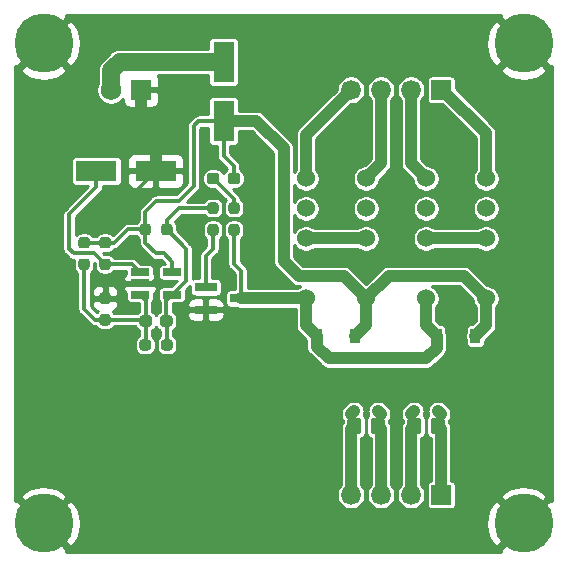
<source format=gbr>
%TF.GenerationSoftware,KiCad,Pcbnew,(5.1.10)-1*%
%TF.CreationDate,2021-09-10T16:42:04-04:00*%
%TF.ProjectId,Z_Brake,5a5f4272-616b-4652-9e6b-696361645f70,rev?*%
%TF.SameCoordinates,Original*%
%TF.FileFunction,Copper,L1,Top*%
%TF.FilePolarity,Positive*%
%FSLAX46Y46*%
G04 Gerber Fmt 4.6, Leading zero omitted, Abs format (unit mm)*
G04 Created by KiCad (PCBNEW (5.1.10)-1) date 2021-09-10 16:42:04*
%MOMM*%
%LPD*%
G01*
G04 APERTURE LIST*
%TA.AperFunction,ComponentPad*%
%ADD10R,1.690000X1.690000*%
%TD*%
%TA.AperFunction,ComponentPad*%
%ADD11C,1.690000*%
%TD*%
%TA.AperFunction,SMDPad,CuDef*%
%ADD12R,3.500000X1.800000*%
%TD*%
%TA.AperFunction,SMDPad,CuDef*%
%ADD13R,0.900000X1.200000*%
%TD*%
%TA.AperFunction,SMDPad,CuDef*%
%ADD14R,1.800000X3.500000*%
%TD*%
%TA.AperFunction,ComponentPad*%
%ADD15C,1.524000*%
%TD*%
%TA.AperFunction,ComponentPad*%
%ADD16C,5.000000*%
%TD*%
%TA.AperFunction,ComponentPad*%
%ADD17R,1.755000X1.755000*%
%TD*%
%TA.AperFunction,ComponentPad*%
%ADD18C,1.755000*%
%TD*%
%TA.AperFunction,SMDPad,CuDef*%
%ADD19R,1.900000X0.800000*%
%TD*%
%TA.AperFunction,SMDPad,CuDef*%
%ADD20R,1.560000X0.650000*%
%TD*%
%TA.AperFunction,ViaPad*%
%ADD21C,0.800000*%
%TD*%
%TA.AperFunction,Conductor*%
%ADD22C,0.350000*%
%TD*%
%TA.AperFunction,Conductor*%
%ADD23C,1.000000*%
%TD*%
%TA.AperFunction,Conductor*%
%ADD24C,1.500000*%
%TD*%
%TA.AperFunction,Conductor*%
%ADD25C,0.254000*%
%TD*%
%TA.AperFunction,Conductor*%
%ADD26C,0.100000*%
%TD*%
G04 APERTURE END LIST*
D10*
%TO.P,P3,1*%
%TO.N,Net-(K1-Pad4)*%
X92710000Y-118235000D03*
D11*
%TO.P,P3,2*%
%TO.N,Net-(K1-Pad9)*%
X90170000Y-118235000D03*
%TO.P,P3,3*%
%TO.N,Net-(K2-Pad4)*%
X87630000Y-118235000D03*
%TO.P,P3,4*%
%TO.N,Net-(K2-Pad9)*%
X85090000Y-118235000D03*
%TD*%
%TO.P,RV1,2*%
%TO.N,Net-(K1-Pad9)*%
%TA.AperFunction,SMDPad,CuDef*%
G36*
G01*
X91040000Y-111944999D02*
X91040000Y-112845001D01*
G75*
G02*
X90790001Y-113095000I-249999J0D01*
G01*
X90089999Y-113095000D01*
G75*
G02*
X89840000Y-112845001I0J249999D01*
G01*
X89840000Y-111944999D01*
G75*
G02*
X90089999Y-111695000I249999J0D01*
G01*
X90790001Y-111695000D01*
G75*
G02*
X91040000Y-111944999I0J-249999D01*
G01*
G37*
%TD.AperFunction*%
%TO.P,RV1,1*%
%TO.N,Net-(K1-Pad4)*%
%TA.AperFunction,SMDPad,CuDef*%
G36*
G01*
X93040000Y-111944999D02*
X93040000Y-112845001D01*
G75*
G02*
X92790001Y-113095000I-249999J0D01*
G01*
X92089999Y-113095000D01*
G75*
G02*
X91840000Y-112845001I0J249999D01*
G01*
X91840000Y-111944999D01*
G75*
G02*
X92089999Y-111695000I249999J0D01*
G01*
X92790001Y-111695000D01*
G75*
G02*
X93040000Y-111944999I0J-249999D01*
G01*
G37*
%TD.AperFunction*%
%TD*%
%TO.P,RV2,1*%
%TO.N,Net-(K2-Pad4)*%
%TA.AperFunction,SMDPad,CuDef*%
G36*
G01*
X87960000Y-111944999D02*
X87960000Y-112845001D01*
G75*
G02*
X87710001Y-113095000I-249999J0D01*
G01*
X87009999Y-113095000D01*
G75*
G02*
X86760000Y-112845001I0J249999D01*
G01*
X86760000Y-111944999D01*
G75*
G02*
X87009999Y-111695000I249999J0D01*
G01*
X87710001Y-111695000D01*
G75*
G02*
X87960000Y-111944999I0J-249999D01*
G01*
G37*
%TD.AperFunction*%
%TO.P,RV2,2*%
%TO.N,Net-(K2-Pad9)*%
%TA.AperFunction,SMDPad,CuDef*%
G36*
G01*
X85960000Y-111944999D02*
X85960000Y-112845001D01*
G75*
G02*
X85710001Y-113095000I-249999J0D01*
G01*
X85009999Y-113095000D01*
G75*
G02*
X84760000Y-112845001I0J249999D01*
G01*
X84760000Y-111944999D01*
G75*
G02*
X85009999Y-111695000I249999J0D01*
G01*
X85710001Y-111695000D01*
G75*
G02*
X85960000Y-111944999I0J-249999D01*
G01*
G37*
%TD.AperFunction*%
%TD*%
%TO.P,C1,1*%
%TO.N,Net-(C1-Pad1)*%
%TA.AperFunction,SMDPad,CuDef*%
G36*
G01*
X69980000Y-103267500D02*
X69980000Y-103742500D01*
G75*
G02*
X69742500Y-103980000I-237500J0D01*
G01*
X69142500Y-103980000D01*
G75*
G02*
X68905000Y-103742500I0J237500D01*
G01*
X68905000Y-103267500D01*
G75*
G02*
X69142500Y-103030000I237500J0D01*
G01*
X69742500Y-103030000D01*
G75*
G02*
X69980000Y-103267500I0J-237500D01*
G01*
G37*
%TD.AperFunction*%
%TO.P,C1,2*%
%TO.N,Net-(C1-Pad2)*%
%TA.AperFunction,SMDPad,CuDef*%
G36*
G01*
X68255000Y-103267500D02*
X68255000Y-103742500D01*
G75*
G02*
X68017500Y-103980000I-237500J0D01*
G01*
X67417500Y-103980000D01*
G75*
G02*
X67180000Y-103742500I0J237500D01*
G01*
X67180000Y-103267500D01*
G75*
G02*
X67417500Y-103030000I237500J0D01*
G01*
X68017500Y-103030000D01*
G75*
G02*
X68255000Y-103267500I0J-237500D01*
G01*
G37*
%TD.AperFunction*%
%TD*%
D12*
%TO.P,D1,2*%
%TO.N,GND*%
X68540000Y-90805000D03*
%TO.P,D1,1*%
%TO.N,Net-(D1-Pad1)*%
X63540000Y-90805000D03*
%TD*%
D13*
%TO.P,D2,2*%
%TO.N,Net-(D2-Pad2)*%
X92330000Y-104775000D03*
%TO.P,D2,1*%
%TO.N,VDD*%
X95630000Y-104775000D03*
%TD*%
%TO.P,D3,1*%
%TO.N,VDD*%
X85470000Y-104775000D03*
%TO.P,D3,2*%
%TO.N,Net-(D2-Pad2)*%
X82170000Y-104775000D03*
%TD*%
%TO.P,D4,1*%
%TO.N,Net-(D4-Pad1)*%
%TA.AperFunction,SMDPad,CuDef*%
G36*
G01*
X72895000Y-91677500D02*
X72895000Y-91202500D01*
G75*
G02*
X73132500Y-90965000I237500J0D01*
G01*
X73707500Y-90965000D01*
G75*
G02*
X73945000Y-91202500I0J-237500D01*
G01*
X73945000Y-91677500D01*
G75*
G02*
X73707500Y-91915000I-237500J0D01*
G01*
X73132500Y-91915000D01*
G75*
G02*
X72895000Y-91677500I0J237500D01*
G01*
G37*
%TD.AperFunction*%
%TO.P,D4,2*%
%TO.N,VDD*%
%TA.AperFunction,SMDPad,CuDef*%
G36*
G01*
X74645000Y-91677500D02*
X74645000Y-91202500D01*
G75*
G02*
X74882500Y-90965000I237500J0D01*
G01*
X75457500Y-90965000D01*
G75*
G02*
X75695000Y-91202500I0J-237500D01*
G01*
X75695000Y-91677500D01*
G75*
G02*
X75457500Y-91915000I-237500J0D01*
G01*
X74882500Y-91915000D01*
G75*
G02*
X74645000Y-91677500I0J237500D01*
G01*
G37*
%TD.AperFunction*%
%TD*%
D14*
%TO.P,D5,1*%
%TO.N,VDD*%
X74295000Y-86574000D03*
%TO.P,D5,2*%
%TO.N,+24V*%
X74295000Y-81574000D03*
%TD*%
D15*
%TO.P,K1,10*%
%TO.N,Net-(K1-Pad10)*%
X91440000Y-96520000D03*
%TO.P,K1,9*%
%TO.N,Net-(K1-Pad9)*%
X91440000Y-93980000D03*
%TO.P,K1,8*%
%TO.N,Net-(K1-Pad8)*%
X91440000Y-91440000D03*
%TO.P,K1,12*%
%TO.N,Net-(D2-Pad2)*%
X91440000Y-101600000D03*
%TO.P,K1,1*%
%TO.N,VDD*%
X96520000Y-101600000D03*
%TO.P,K1,3*%
%TO.N,Net-(K1-Pad10)*%
X96520000Y-96520000D03*
%TO.P,K1,4*%
%TO.N,Net-(K1-Pad4)*%
X96520000Y-93980000D03*
%TO.P,K1,5*%
%TO.N,Net-(K1-Pad5)*%
X96520000Y-91440000D03*
%TD*%
%TO.P,K2,5*%
%TO.N,Net-(K2-Pad5)*%
X86360000Y-91440000D03*
%TO.P,K2,4*%
%TO.N,Net-(K2-Pad4)*%
X86360000Y-93980000D03*
%TO.P,K2,3*%
%TO.N,Net-(K2-Pad10)*%
X86360000Y-96520000D03*
%TO.P,K2,1*%
%TO.N,VDD*%
X86360000Y-101600000D03*
%TO.P,K2,12*%
%TO.N,Net-(D2-Pad2)*%
X81280000Y-101600000D03*
%TO.P,K2,8*%
%TO.N,Net-(K2-Pad8)*%
X81280000Y-91440000D03*
%TO.P,K2,9*%
%TO.N,Net-(K2-Pad9)*%
X81280000Y-93980000D03*
%TO.P,K2,10*%
%TO.N,Net-(K2-Pad10)*%
X81280000Y-96520000D03*
%TD*%
D16*
%TO.P,MH1,1*%
%TO.N,GND*%
X59055000Y-80010000D03*
%TD*%
%TO.P,MH2,1*%
%TO.N,GND*%
X99695000Y-80010000D03*
%TD*%
%TO.P,MH3,1*%
%TO.N,GND*%
X59055000Y-120650000D03*
%TD*%
%TO.P,MH4,1*%
%TO.N,GND*%
X99695000Y-120650000D03*
%TD*%
D11*
%TO.P,P1,4*%
%TO.N,Net-(K2-Pad8)*%
X85090000Y-83945000D03*
%TO.P,P1,3*%
%TO.N,Net-(K2-Pad5)*%
X87630000Y-83945000D03*
%TO.P,P1,2*%
%TO.N,Net-(K1-Pad8)*%
X90170000Y-83945000D03*
D10*
%TO.P,P1,1*%
%TO.N,Net-(K1-Pad5)*%
X92710000Y-83945000D03*
%TD*%
D17*
%TO.P,P2,1*%
%TO.N,GND*%
X67310000Y-83945000D03*
D18*
%TO.P,P2,2*%
%TO.N,+24V*%
X64770000Y-83945000D03*
%TD*%
D19*
%TO.P,Q1,1*%
%TO.N,Net-(Q1-Pad1)*%
X72795000Y-100650000D03*
%TO.P,Q1,2*%
%TO.N,GND*%
X72795000Y-102550000D03*
%TO.P,Q1,3*%
%TO.N,Net-(D2-Pad2)*%
X75795000Y-101600000D03*
%TD*%
%TO.P,R1,1*%
%TO.N,VDD*%
%TA.AperFunction,SMDPad,CuDef*%
G36*
G01*
X62246500Y-96390000D02*
X62721500Y-96390000D01*
G75*
G02*
X62959000Y-96627500I0J-237500D01*
G01*
X62959000Y-97127500D01*
G75*
G02*
X62721500Y-97365000I-237500J0D01*
G01*
X62246500Y-97365000D01*
G75*
G02*
X62009000Y-97127500I0J237500D01*
G01*
X62009000Y-96627500D01*
G75*
G02*
X62246500Y-96390000I237500J0D01*
G01*
G37*
%TD.AperFunction*%
%TO.P,R1,2*%
%TO.N,Net-(C1-Pad2)*%
%TA.AperFunction,SMDPad,CuDef*%
G36*
G01*
X62246500Y-98215000D02*
X62721500Y-98215000D01*
G75*
G02*
X62959000Y-98452500I0J-237500D01*
G01*
X62959000Y-98952500D01*
G75*
G02*
X62721500Y-99190000I-237500J0D01*
G01*
X62246500Y-99190000D01*
G75*
G02*
X62009000Y-98952500I0J237500D01*
G01*
X62009000Y-98452500D01*
G75*
G02*
X62246500Y-98215000I237500J0D01*
G01*
G37*
%TD.AperFunction*%
%TD*%
%TO.P,R2,1*%
%TO.N,Net-(C1-Pad2)*%
%TA.AperFunction,SMDPad,CuDef*%
G36*
G01*
X64499500Y-103889000D02*
X64024500Y-103889000D01*
G75*
G02*
X63787000Y-103651500I0J237500D01*
G01*
X63787000Y-103151500D01*
G75*
G02*
X64024500Y-102914000I237500J0D01*
G01*
X64499500Y-102914000D01*
G75*
G02*
X64737000Y-103151500I0J-237500D01*
G01*
X64737000Y-103651500D01*
G75*
G02*
X64499500Y-103889000I-237500J0D01*
G01*
G37*
%TD.AperFunction*%
%TO.P,R2,2*%
%TO.N,GND*%
%TA.AperFunction,SMDPad,CuDef*%
G36*
G01*
X64499500Y-102064000D02*
X64024500Y-102064000D01*
G75*
G02*
X63787000Y-101826500I0J237500D01*
G01*
X63787000Y-101326500D01*
G75*
G02*
X64024500Y-101089000I237500J0D01*
G01*
X64499500Y-101089000D01*
G75*
G02*
X64737000Y-101326500I0J-237500D01*
G01*
X64737000Y-101826500D01*
G75*
G02*
X64499500Y-102064000I-237500J0D01*
G01*
G37*
%TD.AperFunction*%
%TD*%
%TO.P,R3,2*%
%TO.N,Net-(D1-Pad1)*%
%TA.AperFunction,SMDPad,CuDef*%
G36*
G01*
X64024500Y-98215000D02*
X64499500Y-98215000D01*
G75*
G02*
X64737000Y-98452500I0J-237500D01*
G01*
X64737000Y-98952500D01*
G75*
G02*
X64499500Y-99190000I-237500J0D01*
G01*
X64024500Y-99190000D01*
G75*
G02*
X63787000Y-98952500I0J237500D01*
G01*
X63787000Y-98452500D01*
G75*
G02*
X64024500Y-98215000I237500J0D01*
G01*
G37*
%TD.AperFunction*%
%TO.P,R3,1*%
%TO.N,VDD*%
%TA.AperFunction,SMDPad,CuDef*%
G36*
G01*
X64024500Y-96390000D02*
X64499500Y-96390000D01*
G75*
G02*
X64737000Y-96627500I0J-237500D01*
G01*
X64737000Y-97127500D01*
G75*
G02*
X64499500Y-97365000I-237500J0D01*
G01*
X64024500Y-97365000D01*
G75*
G02*
X63787000Y-97127500I0J237500D01*
G01*
X63787000Y-96627500D01*
G75*
G02*
X64024500Y-96390000I237500J0D01*
G01*
G37*
%TD.AperFunction*%
%TD*%
%TO.P,R4,1*%
%TO.N,Net-(C1-Pad1)*%
%TA.AperFunction,SMDPad,CuDef*%
G36*
G01*
X69980000Y-105299500D02*
X69980000Y-105774500D01*
G75*
G02*
X69742500Y-106012000I-237500J0D01*
G01*
X69242500Y-106012000D01*
G75*
G02*
X69005000Y-105774500I0J237500D01*
G01*
X69005000Y-105299500D01*
G75*
G02*
X69242500Y-105062000I237500J0D01*
G01*
X69742500Y-105062000D01*
G75*
G02*
X69980000Y-105299500I0J-237500D01*
G01*
G37*
%TD.AperFunction*%
%TO.P,R4,2*%
%TO.N,Net-(C1-Pad2)*%
%TA.AperFunction,SMDPad,CuDef*%
G36*
G01*
X68155000Y-105299500D02*
X68155000Y-105774500D01*
G75*
G02*
X67917500Y-106012000I-237500J0D01*
G01*
X67417500Y-106012000D01*
G75*
G02*
X67180000Y-105774500I0J237500D01*
G01*
X67180000Y-105299500D01*
G75*
G02*
X67417500Y-105062000I237500J0D01*
G01*
X67917500Y-105062000D01*
G75*
G02*
X68155000Y-105299500I0J-237500D01*
G01*
G37*
%TD.AperFunction*%
%TD*%
%TO.P,R5,2*%
%TO.N,Net-(C1-Pad1)*%
%TA.AperFunction,SMDPad,CuDef*%
G36*
G01*
X69005000Y-95995500D02*
X69005000Y-95520500D01*
G75*
G02*
X69242500Y-95283000I237500J0D01*
G01*
X69742500Y-95283000D01*
G75*
G02*
X69980000Y-95520500I0J-237500D01*
G01*
X69980000Y-95995500D01*
G75*
G02*
X69742500Y-96233000I-237500J0D01*
G01*
X69242500Y-96233000D01*
G75*
G02*
X69005000Y-95995500I0J237500D01*
G01*
G37*
%TD.AperFunction*%
%TO.P,R5,1*%
%TO.N,VDD*%
%TA.AperFunction,SMDPad,CuDef*%
G36*
G01*
X67180000Y-95995500D02*
X67180000Y-95520500D01*
G75*
G02*
X67417500Y-95283000I237500J0D01*
G01*
X67917500Y-95283000D01*
G75*
G02*
X68155000Y-95520500I0J-237500D01*
G01*
X68155000Y-95995500D01*
G75*
G02*
X67917500Y-96233000I-237500J0D01*
G01*
X67417500Y-96233000D01*
G75*
G02*
X67180000Y-95995500I0J237500D01*
G01*
G37*
%TD.AperFunction*%
%TD*%
%TO.P,R6,1*%
%TO.N,Net-(Q1-Pad1)*%
%TA.AperFunction,SMDPad,CuDef*%
G36*
G01*
X73643500Y-96269000D02*
X73168500Y-96269000D01*
G75*
G02*
X72931000Y-96031500I0J237500D01*
G01*
X72931000Y-95531500D01*
G75*
G02*
X73168500Y-95294000I237500J0D01*
G01*
X73643500Y-95294000D01*
G75*
G02*
X73881000Y-95531500I0J-237500D01*
G01*
X73881000Y-96031500D01*
G75*
G02*
X73643500Y-96269000I-237500J0D01*
G01*
G37*
%TD.AperFunction*%
%TO.P,R6,2*%
%TO.N,Net-(C1-Pad1)*%
%TA.AperFunction,SMDPad,CuDef*%
G36*
G01*
X73643500Y-94444000D02*
X73168500Y-94444000D01*
G75*
G02*
X72931000Y-94206500I0J237500D01*
G01*
X72931000Y-93706500D01*
G75*
G02*
X73168500Y-93469000I237500J0D01*
G01*
X73643500Y-93469000D01*
G75*
G02*
X73881000Y-93706500I0J-237500D01*
G01*
X73881000Y-94206500D01*
G75*
G02*
X73643500Y-94444000I-237500J0D01*
G01*
G37*
%TD.AperFunction*%
%TD*%
%TO.P,R7,2*%
%TO.N,Net-(D2-Pad2)*%
%TA.AperFunction,SMDPad,CuDef*%
G36*
G01*
X74946500Y-95294000D02*
X75421500Y-95294000D01*
G75*
G02*
X75659000Y-95531500I0J-237500D01*
G01*
X75659000Y-96031500D01*
G75*
G02*
X75421500Y-96269000I-237500J0D01*
G01*
X74946500Y-96269000D01*
G75*
G02*
X74709000Y-96031500I0J237500D01*
G01*
X74709000Y-95531500D01*
G75*
G02*
X74946500Y-95294000I237500J0D01*
G01*
G37*
%TD.AperFunction*%
%TO.P,R7,1*%
%TO.N,Net-(D4-Pad1)*%
%TA.AperFunction,SMDPad,CuDef*%
G36*
G01*
X74946500Y-93469000D02*
X75421500Y-93469000D01*
G75*
G02*
X75659000Y-93706500I0J-237500D01*
G01*
X75659000Y-94206500D01*
G75*
G02*
X75421500Y-94444000I-237500J0D01*
G01*
X74946500Y-94444000D01*
G75*
G02*
X74709000Y-94206500I0J237500D01*
G01*
X74709000Y-93706500D01*
G75*
G02*
X74946500Y-93469000I237500J0D01*
G01*
G37*
%TD.AperFunction*%
%TD*%
D20*
%TO.P,U1,1*%
%TO.N,Net-(D1-Pad1)*%
X67230000Y-99380000D03*
%TO.P,U1,2*%
%TO.N,GND*%
X67230000Y-100330000D03*
%TO.P,U1,3*%
%TO.N,Net-(C1-Pad2)*%
X67230000Y-101280000D03*
%TO.P,U1,4*%
%TO.N,Net-(C1-Pad1)*%
X69930000Y-101280000D03*
%TO.P,U1,5*%
%TO.N,VDD*%
X69930000Y-99380000D03*
%TD*%
D21*
%TO.N,GND*%
X66675000Y-97536000D03*
X66675000Y-93980000D03*
%TD*%
D22*
%TO.N,Net-(C1-Pad1)*%
X69492500Y-103555000D02*
X69442500Y-103505000D01*
X69492500Y-105537000D02*
X69492500Y-103555000D01*
X69442500Y-101767500D02*
X69930000Y-101280000D01*
X69442500Y-103505000D02*
X69442500Y-101767500D01*
X71120000Y-97385500D02*
X69492500Y-95758000D01*
X71120000Y-100090000D02*
X71120000Y-97385500D01*
X69930000Y-101280000D02*
X71120000Y-100090000D01*
X69492500Y-95758000D02*
X69492500Y-94972500D01*
X70508500Y-93956500D02*
X73406000Y-93956500D01*
X69492500Y-94972500D02*
X70508500Y-93956500D01*
%TO.N,Net-(C1-Pad2)*%
X62484000Y-98702500D02*
X62484000Y-102489000D01*
X63396500Y-103401500D02*
X64262000Y-103401500D01*
X62484000Y-102489000D02*
X63396500Y-103401500D01*
X67614000Y-103401500D02*
X67717500Y-103505000D01*
X64262000Y-103401500D02*
X67614000Y-103401500D01*
X67717500Y-101767500D02*
X67230000Y-101280000D01*
X67717500Y-103505000D02*
X67717500Y-101767500D01*
X67717500Y-105487000D02*
X67667500Y-105537000D01*
X67717500Y-103505000D02*
X67717500Y-105487000D01*
%TO.N,Net-(D1-Pad1)*%
X63349500Y-97790000D02*
X64262000Y-98702500D01*
X61595000Y-97790000D02*
X63349500Y-97790000D01*
X61214000Y-97409000D02*
X61595000Y-97790000D01*
X61214000Y-94488000D02*
X61214000Y-97409000D01*
X63540000Y-92162000D02*
X61214000Y-94488000D01*
X63540000Y-90805000D02*
X63540000Y-92162000D01*
X66552500Y-98702500D02*
X67230000Y-99380000D01*
X64262000Y-98702500D02*
X66552500Y-98702500D01*
D23*
%TO.N,GND*%
X67310000Y-83945000D02*
X67310000Y-86995000D01*
X68540000Y-88225000D02*
X68540000Y-90805000D01*
X67310000Y-86995000D02*
X68540000Y-88225000D01*
D22*
X64262000Y-101576500D02*
X64262000Y-100838000D01*
X64770000Y-100330000D02*
X67230000Y-100330000D01*
X64262000Y-100838000D02*
X64770000Y-100330000D01*
X67230000Y-100330000D02*
X68199000Y-100330000D01*
X68199000Y-100330000D02*
X68580000Y-99949000D01*
X67166002Y-97536000D02*
X66675000Y-97536000D01*
X68580000Y-98949998D02*
X67166002Y-97536000D01*
X68580000Y-99949000D02*
X68580000Y-98949998D01*
X66675000Y-92670000D02*
X68540000Y-90805000D01*
X66675000Y-93980000D02*
X66675000Y-92670000D01*
X72795000Y-106910000D02*
X59055000Y-120650000D01*
X72795000Y-102550000D02*
X72795000Y-106910000D01*
D24*
%TO.N,+24V*%
X64770000Y-83945000D02*
X64770000Y-82296000D01*
X65492000Y-81574000D02*
X74295000Y-81574000D01*
X64770000Y-82296000D02*
X65492000Y-81574000D01*
D23*
%TO.N,Net-(D2-Pad2)*%
X91440000Y-103885000D02*
X92330000Y-104775000D01*
X91440000Y-101600000D02*
X91440000Y-103885000D01*
X81280000Y-103885000D02*
X82170000Y-104775000D01*
X81280000Y-101600000D02*
X81280000Y-103885000D01*
D22*
X75184000Y-95781500D02*
X75184000Y-98679000D01*
X75795000Y-99290000D02*
X75795000Y-101600000D01*
X75184000Y-98679000D02*
X75795000Y-99290000D01*
D23*
X75795000Y-101600000D02*
X81280000Y-101600000D01*
X82170000Y-104775000D02*
X82170000Y-105665000D01*
X82170000Y-105665000D02*
X83185000Y-106680000D01*
X83185000Y-106680000D02*
X91440000Y-106680000D01*
X92330000Y-105790000D02*
X92330000Y-104775000D01*
X91440000Y-106680000D02*
X92330000Y-105790000D01*
%TO.N,Net-(K1-Pad10)*%
X91440000Y-96520000D02*
X96520000Y-96520000D01*
%TO.N,Net-(K1-Pad9)*%
X90170000Y-111395000D02*
X90440000Y-111125000D01*
X90170000Y-118235000D02*
X90170000Y-112665000D01*
%TO.N,Net-(K1-Pad8)*%
X90170000Y-90170000D02*
X91440000Y-91440000D01*
X90170000Y-83945000D02*
X90170000Y-90170000D01*
%TO.N,Net-(K1-Pad4)*%
X92710000Y-111395000D02*
X92440000Y-111125000D01*
X92710000Y-118235000D02*
X92710000Y-112665000D01*
%TO.N,Net-(K1-Pad5)*%
X92710000Y-83945000D02*
X92835000Y-83945000D01*
X96520000Y-87630000D02*
X96520000Y-91440000D01*
X92835000Y-83945000D02*
X96520000Y-87630000D01*
%TO.N,Net-(K2-Pad10)*%
X81280000Y-96520000D02*
X86360000Y-96520000D01*
%TO.N,Net-(K2-Pad9)*%
X85090000Y-111395000D02*
X85360000Y-111125000D01*
X85090000Y-118235000D02*
X85090000Y-112665000D01*
%TO.N,Net-(K2-Pad8)*%
X85090000Y-83945000D02*
X81280000Y-87755000D01*
X81280000Y-87755000D02*
X81280000Y-91440000D01*
%TO.N,Net-(K2-Pad4)*%
X87630000Y-111395000D02*
X87360000Y-111125000D01*
X87630000Y-118235000D02*
X87630000Y-112665000D01*
%TO.N,Net-(K2-Pad5)*%
X87630000Y-90170000D02*
X86360000Y-91440000D01*
X87630000Y-83945000D02*
X87630000Y-90170000D01*
D22*
%TO.N,Net-(Q1-Pad1)*%
X73406000Y-95781500D02*
X73406000Y-97409000D01*
X72795000Y-98020000D02*
X72795000Y-100650000D01*
X73406000Y-97409000D02*
X72795000Y-98020000D01*
D23*
%TO.N,VDD*%
X86360000Y-103885000D02*
X85470000Y-104775000D01*
X86360000Y-101600000D02*
X86360000Y-103885000D01*
X96520000Y-103885000D02*
X95630000Y-104775000D01*
X96520000Y-101600000D02*
X96520000Y-103885000D01*
D22*
X74295000Y-86574000D02*
X74295000Y-89535000D01*
X75170000Y-90410000D02*
X75170000Y-91440000D01*
X74295000Y-89535000D02*
X75170000Y-90410000D01*
X74295000Y-86574000D02*
X72176000Y-86574000D01*
X72176000Y-86574000D02*
X71755000Y-86995000D01*
X71755000Y-86995000D02*
X71755000Y-92075000D01*
X71755000Y-92075000D02*
X70485000Y-93345000D01*
X70485000Y-93345000D02*
X68580000Y-93345000D01*
X67667500Y-94257500D02*
X67667500Y-95758000D01*
X68580000Y-93345000D02*
X67667500Y-94257500D01*
X62484000Y-96877500D02*
X64262000Y-96877500D01*
X64262000Y-96877500D02*
X65047500Y-96877500D01*
X66167000Y-95758000D02*
X67667500Y-95758000D01*
X65047500Y-96877500D02*
X66167000Y-95758000D01*
X69930000Y-99380000D02*
X69930000Y-98505000D01*
X69930000Y-98505000D02*
X69215000Y-97790000D01*
X69215000Y-97790000D02*
X68580000Y-97790000D01*
X67667500Y-96877500D02*
X67667500Y-95758000D01*
X68580000Y-97790000D02*
X67667500Y-96877500D01*
D23*
X86360000Y-101600000D02*
X88265000Y-99695000D01*
X94615000Y-99695000D02*
X96520000Y-101600000D01*
X88265000Y-99695000D02*
X94615000Y-99695000D01*
X74295000Y-86574000D02*
X77049000Y-86574000D01*
X77049000Y-86574000D02*
X79375000Y-88900000D01*
X79375000Y-88900000D02*
X79375000Y-98425000D01*
X79375000Y-98425000D02*
X80645000Y-99695000D01*
X84455000Y-99695000D02*
X86360000Y-101600000D01*
X80645000Y-99695000D02*
X84455000Y-99695000D01*
D22*
%TO.N,Net-(D4-Pad1)*%
X75184000Y-93204000D02*
X73420000Y-91440000D01*
X75184000Y-93956500D02*
X75184000Y-93204000D01*
%TD*%
D25*
%TO.N,GND*%
X97671457Y-77806852D02*
X99695000Y-79830395D01*
X99709143Y-79816253D01*
X99888748Y-79995858D01*
X99874605Y-80010000D01*
X101898148Y-82033543D01*
X102108000Y-81894885D01*
X102108000Y-118765115D01*
X101898148Y-118626457D01*
X99874605Y-120650000D01*
X99888748Y-120664143D01*
X99709143Y-120843748D01*
X99695000Y-120829605D01*
X97671457Y-122853148D01*
X97810115Y-123063000D01*
X60939885Y-123063000D01*
X61078543Y-122853148D01*
X59055000Y-120829605D01*
X59040858Y-120843748D01*
X58861253Y-120664143D01*
X58875395Y-120650000D01*
X59234605Y-120650000D01*
X61258148Y-122673543D01*
X61676118Y-122397373D01*
X61966649Y-121852443D01*
X62145287Y-121261304D01*
X62204519Y-120653328D01*
X96544832Y-120653328D01*
X96606010Y-121267831D01*
X96785897Y-121858592D01*
X97073882Y-122397373D01*
X97491852Y-122673543D01*
X99515395Y-120650000D01*
X97491852Y-118626457D01*
X97073882Y-118902627D01*
X96783351Y-119447557D01*
X96604713Y-120038696D01*
X96544832Y-120653328D01*
X62204519Y-120653328D01*
X62205168Y-120646672D01*
X62143990Y-120032169D01*
X61964103Y-119441408D01*
X61676118Y-118902627D01*
X61258148Y-118626457D01*
X59234605Y-120650000D01*
X58875395Y-120650000D01*
X56851852Y-118626457D01*
X56642000Y-118765115D01*
X56642000Y-118446852D01*
X57031457Y-118446852D01*
X59055000Y-120470395D01*
X61078543Y-118446852D01*
X60858780Y-118114250D01*
X83864000Y-118114250D01*
X83864000Y-118355750D01*
X83911115Y-118592611D01*
X84003533Y-118815729D01*
X84137704Y-119016529D01*
X84308471Y-119187296D01*
X84509271Y-119321467D01*
X84732389Y-119413885D01*
X84969250Y-119461000D01*
X85210750Y-119461000D01*
X85447611Y-119413885D01*
X85670729Y-119321467D01*
X85871529Y-119187296D01*
X86042296Y-119016529D01*
X86176467Y-118815729D01*
X86268885Y-118592611D01*
X86316000Y-118355750D01*
X86316000Y-118114250D01*
X86268885Y-117877389D01*
X86176467Y-117654271D01*
X86042296Y-117453471D01*
X85971000Y-117382175D01*
X85971000Y-113419611D01*
X86061589Y-113371190D01*
X86157488Y-113292488D01*
X86236190Y-113196589D01*
X86294671Y-113087179D01*
X86330683Y-112968462D01*
X86342843Y-112845001D01*
X86342843Y-111944999D01*
X86377157Y-111944999D01*
X86377157Y-112845001D01*
X86389317Y-112968462D01*
X86425329Y-113087179D01*
X86483810Y-113196589D01*
X86562512Y-113292488D01*
X86658411Y-113371190D01*
X86749001Y-113419611D01*
X86749000Y-117382175D01*
X86677704Y-117453471D01*
X86543533Y-117654271D01*
X86451115Y-117877389D01*
X86404000Y-118114250D01*
X86404000Y-118355750D01*
X86451115Y-118592611D01*
X86543533Y-118815729D01*
X86677704Y-119016529D01*
X86848471Y-119187296D01*
X87049271Y-119321467D01*
X87272389Y-119413885D01*
X87509250Y-119461000D01*
X87750750Y-119461000D01*
X87987611Y-119413885D01*
X88210729Y-119321467D01*
X88411529Y-119187296D01*
X88582296Y-119016529D01*
X88716467Y-118815729D01*
X88808885Y-118592611D01*
X88856000Y-118355750D01*
X88856000Y-118114250D01*
X88944000Y-118114250D01*
X88944000Y-118355750D01*
X88991115Y-118592611D01*
X89083533Y-118815729D01*
X89217704Y-119016529D01*
X89388471Y-119187296D01*
X89589271Y-119321467D01*
X89812389Y-119413885D01*
X90049250Y-119461000D01*
X90290750Y-119461000D01*
X90527611Y-119413885D01*
X90750729Y-119321467D01*
X90951529Y-119187296D01*
X91122296Y-119016529D01*
X91256467Y-118815729D01*
X91348885Y-118592611D01*
X91396000Y-118355750D01*
X91396000Y-118114250D01*
X91348885Y-117877389D01*
X91256467Y-117654271D01*
X91122296Y-117453471D01*
X91051000Y-117382175D01*
X91051000Y-113419611D01*
X91141589Y-113371190D01*
X91237488Y-113292488D01*
X91316190Y-113196589D01*
X91374671Y-113087179D01*
X91410683Y-112968462D01*
X91422843Y-112845001D01*
X91422843Y-111944999D01*
X91457157Y-111944999D01*
X91457157Y-112845001D01*
X91469317Y-112968462D01*
X91505329Y-113087179D01*
X91563810Y-113196589D01*
X91642512Y-113292488D01*
X91738411Y-113371190D01*
X91829001Y-113419611D01*
X91829000Y-117010703D01*
X91790311Y-117014513D01*
X91718492Y-117036299D01*
X91652304Y-117071678D01*
X91594289Y-117119289D01*
X91546678Y-117177304D01*
X91511299Y-117243492D01*
X91489513Y-117315311D01*
X91482157Y-117390000D01*
X91482157Y-119080000D01*
X91489513Y-119154689D01*
X91511299Y-119226508D01*
X91546678Y-119292696D01*
X91594289Y-119350711D01*
X91652304Y-119398322D01*
X91718492Y-119433701D01*
X91790311Y-119455487D01*
X91865000Y-119462843D01*
X93555000Y-119462843D01*
X93629689Y-119455487D01*
X93701508Y-119433701D01*
X93767696Y-119398322D01*
X93825711Y-119350711D01*
X93873322Y-119292696D01*
X93908701Y-119226508D01*
X93930487Y-119154689D01*
X93937843Y-119080000D01*
X93937843Y-118446852D01*
X97671457Y-118446852D01*
X99695000Y-120470395D01*
X101718543Y-118446852D01*
X101442373Y-118028882D01*
X100897443Y-117738351D01*
X100306304Y-117559713D01*
X99691672Y-117499832D01*
X99077169Y-117561010D01*
X98486408Y-117740897D01*
X97947627Y-118028882D01*
X97671457Y-118446852D01*
X93937843Y-118446852D01*
X93937843Y-117390000D01*
X93930487Y-117315311D01*
X93908701Y-117243492D01*
X93873322Y-117177304D01*
X93825711Y-117119289D01*
X93767696Y-117071678D01*
X93701508Y-117036299D01*
X93629689Y-117014513D01*
X93591000Y-117010703D01*
X93591000Y-112621727D01*
X93578252Y-112492294D01*
X93527875Y-112326225D01*
X93446068Y-112173175D01*
X93422843Y-112144875D01*
X93422843Y-111944999D01*
X93420216Y-111918326D01*
X93446068Y-111886825D01*
X93527875Y-111733775D01*
X93578251Y-111567706D01*
X93595262Y-111395000D01*
X93578251Y-111222294D01*
X93527875Y-111056226D01*
X93446068Y-110903175D01*
X93363559Y-110802638D01*
X93032362Y-110471441D01*
X92931825Y-110388932D01*
X92778774Y-110307125D01*
X92612705Y-110256749D01*
X92440000Y-110239738D01*
X92267295Y-110256749D01*
X92101226Y-110307125D01*
X91948175Y-110388932D01*
X91814026Y-110499026D01*
X91703932Y-110633175D01*
X91622125Y-110786226D01*
X91571749Y-110952295D01*
X91554738Y-111125000D01*
X91571749Y-111297705D01*
X91622125Y-111463774D01*
X91641087Y-111499249D01*
X91563810Y-111593411D01*
X91505329Y-111702821D01*
X91469317Y-111821538D01*
X91457157Y-111944999D01*
X91422843Y-111944999D01*
X91410683Y-111821538D01*
X91374671Y-111702821D01*
X91316190Y-111593411D01*
X91238913Y-111499249D01*
X91257875Y-111463774D01*
X91308251Y-111297706D01*
X91325262Y-111125000D01*
X91308251Y-110952294D01*
X91257875Y-110786225D01*
X91176068Y-110633175D01*
X91065975Y-110499025D01*
X90931825Y-110388932D01*
X90778775Y-110307125D01*
X90612706Y-110256749D01*
X90440000Y-110239738D01*
X90267294Y-110256749D01*
X90101226Y-110307125D01*
X89948175Y-110388932D01*
X89847638Y-110471441D01*
X89516441Y-110802638D01*
X89433932Y-110903175D01*
X89352125Y-111056226D01*
X89301749Y-111222295D01*
X89284738Y-111395000D01*
X89301749Y-111567705D01*
X89352125Y-111733774D01*
X89433932Y-111886825D01*
X89459784Y-111918326D01*
X89457157Y-111944999D01*
X89457157Y-112144876D01*
X89433933Y-112173175D01*
X89352126Y-112326225D01*
X89301749Y-112492294D01*
X89289001Y-112621727D01*
X89289000Y-117382175D01*
X89217704Y-117453471D01*
X89083533Y-117654271D01*
X88991115Y-117877389D01*
X88944000Y-118114250D01*
X88856000Y-118114250D01*
X88808885Y-117877389D01*
X88716467Y-117654271D01*
X88582296Y-117453471D01*
X88511000Y-117382175D01*
X88511000Y-112621727D01*
X88498252Y-112492294D01*
X88447875Y-112326225D01*
X88366068Y-112173175D01*
X88342843Y-112144875D01*
X88342843Y-111944999D01*
X88340216Y-111918326D01*
X88366068Y-111886825D01*
X88447875Y-111733775D01*
X88498251Y-111567706D01*
X88515262Y-111395000D01*
X88498251Y-111222294D01*
X88447875Y-111056226D01*
X88366068Y-110903175D01*
X88283559Y-110802638D01*
X87952362Y-110471441D01*
X87851825Y-110388932D01*
X87698774Y-110307125D01*
X87532705Y-110256749D01*
X87360000Y-110239738D01*
X87187295Y-110256749D01*
X87021226Y-110307125D01*
X86868175Y-110388932D01*
X86734026Y-110499026D01*
X86623932Y-110633175D01*
X86542125Y-110786226D01*
X86491749Y-110952295D01*
X86474738Y-111125000D01*
X86491749Y-111297705D01*
X86542125Y-111463774D01*
X86561087Y-111499249D01*
X86483810Y-111593411D01*
X86425329Y-111702821D01*
X86389317Y-111821538D01*
X86377157Y-111944999D01*
X86342843Y-111944999D01*
X86330683Y-111821538D01*
X86294671Y-111702821D01*
X86236190Y-111593411D01*
X86158913Y-111499249D01*
X86177875Y-111463774D01*
X86228251Y-111297706D01*
X86245262Y-111125000D01*
X86228251Y-110952294D01*
X86177875Y-110786225D01*
X86096068Y-110633175D01*
X85985975Y-110499025D01*
X85851825Y-110388932D01*
X85698775Y-110307125D01*
X85532706Y-110256749D01*
X85360000Y-110239738D01*
X85187294Y-110256749D01*
X85021226Y-110307125D01*
X84868175Y-110388932D01*
X84767638Y-110471441D01*
X84436441Y-110802638D01*
X84353932Y-110903175D01*
X84272125Y-111056226D01*
X84221749Y-111222295D01*
X84204738Y-111395000D01*
X84221749Y-111567705D01*
X84272125Y-111733774D01*
X84353932Y-111886825D01*
X84379784Y-111918326D01*
X84377157Y-111944999D01*
X84377157Y-112144876D01*
X84353933Y-112173175D01*
X84272126Y-112326225D01*
X84221749Y-112492294D01*
X84209001Y-112621727D01*
X84209000Y-117382175D01*
X84137704Y-117453471D01*
X84003533Y-117654271D01*
X83911115Y-117877389D01*
X83864000Y-118114250D01*
X60858780Y-118114250D01*
X60802373Y-118028882D01*
X60257443Y-117738351D01*
X59666304Y-117559713D01*
X59051672Y-117499832D01*
X58437169Y-117561010D01*
X57846408Y-117740897D01*
X57307627Y-118028882D01*
X57031457Y-118446852D01*
X56642000Y-118446852D01*
X56642000Y-94488000D01*
X60655311Y-94488000D01*
X60658000Y-94515305D01*
X60658001Y-97381686D01*
X60655311Y-97409000D01*
X60666045Y-97517994D01*
X60683702Y-97576198D01*
X60697839Y-97622801D01*
X60749467Y-97719392D01*
X60818948Y-97804053D01*
X60840162Y-97821464D01*
X61182539Y-98163842D01*
X61199947Y-98185053D01*
X61221157Y-98202460D01*
X61221160Y-98202463D01*
X61243981Y-98221192D01*
X61284608Y-98254534D01*
X61381199Y-98306162D01*
X61454211Y-98328310D01*
X61486004Y-98337955D01*
X61497040Y-98339042D01*
X61567688Y-98346000D01*
X61567694Y-98346000D01*
X61594999Y-98348689D01*
X61622304Y-98346000D01*
X61636647Y-98346000D01*
X61626157Y-98452500D01*
X61626157Y-98952500D01*
X61638077Y-99073523D01*
X61673378Y-99189895D01*
X61730704Y-99297144D01*
X61807851Y-99391149D01*
X61901856Y-99468296D01*
X61928000Y-99482270D01*
X61928001Y-102461686D01*
X61925311Y-102489000D01*
X61936045Y-102597994D01*
X61940571Y-102612913D01*
X61967839Y-102702801D01*
X62019467Y-102799392D01*
X62088948Y-102884053D01*
X62110163Y-102901464D01*
X62984035Y-103775337D01*
X63001447Y-103796553D01*
X63086108Y-103866034D01*
X63182699Y-103917662D01*
X63287505Y-103949455D01*
X63369188Y-103957500D01*
X63369195Y-103957500D01*
X63396500Y-103960189D01*
X63423804Y-103957500D01*
X63488048Y-103957500D01*
X63508704Y-103996144D01*
X63585851Y-104090149D01*
X63679856Y-104167296D01*
X63787105Y-104224622D01*
X63903477Y-104259923D01*
X64024500Y-104271843D01*
X64499500Y-104271843D01*
X64620523Y-104259923D01*
X64736895Y-104224622D01*
X64844144Y-104167296D01*
X64938149Y-104090149D01*
X65015296Y-103996144D01*
X65035952Y-103957500D01*
X66837585Y-103957500D01*
X66844378Y-103979895D01*
X66901704Y-104087144D01*
X66978851Y-104181149D01*
X67072856Y-104258296D01*
X67161500Y-104305678D01*
X67161501Y-104736322D01*
X67072856Y-104783704D01*
X66978851Y-104860851D01*
X66901704Y-104954856D01*
X66844378Y-105062105D01*
X66809077Y-105178477D01*
X66797157Y-105299500D01*
X66797157Y-105774500D01*
X66809077Y-105895523D01*
X66844378Y-106011895D01*
X66901704Y-106119144D01*
X66978851Y-106213149D01*
X67072856Y-106290296D01*
X67180105Y-106347622D01*
X67296477Y-106382923D01*
X67417500Y-106394843D01*
X67917500Y-106394843D01*
X68038523Y-106382923D01*
X68154895Y-106347622D01*
X68262144Y-106290296D01*
X68356149Y-106213149D01*
X68433296Y-106119144D01*
X68490622Y-106011895D01*
X68525923Y-105895523D01*
X68537843Y-105774500D01*
X68537843Y-105299500D01*
X68525923Y-105178477D01*
X68490622Y-105062105D01*
X68433296Y-104954856D01*
X68356149Y-104860851D01*
X68273500Y-104793024D01*
X68273500Y-104305677D01*
X68362144Y-104258296D01*
X68456149Y-104181149D01*
X68533296Y-104087144D01*
X68580000Y-103999767D01*
X68626704Y-104087144D01*
X68703851Y-104181149D01*
X68797856Y-104258296D01*
X68905105Y-104315622D01*
X68936501Y-104325146D01*
X68936500Y-104763048D01*
X68897856Y-104783704D01*
X68803851Y-104860851D01*
X68726704Y-104954856D01*
X68669378Y-105062105D01*
X68634077Y-105178477D01*
X68622157Y-105299500D01*
X68622157Y-105774500D01*
X68634077Y-105895523D01*
X68669378Y-106011895D01*
X68726704Y-106119144D01*
X68803851Y-106213149D01*
X68897856Y-106290296D01*
X69005105Y-106347622D01*
X69121477Y-106382923D01*
X69242500Y-106394843D01*
X69742500Y-106394843D01*
X69863523Y-106382923D01*
X69979895Y-106347622D01*
X70087144Y-106290296D01*
X70181149Y-106213149D01*
X70258296Y-106119144D01*
X70315622Y-106011895D01*
X70350923Y-105895523D01*
X70362843Y-105774500D01*
X70362843Y-105299500D01*
X70350923Y-105178477D01*
X70315622Y-105062105D01*
X70258296Y-104954856D01*
X70181149Y-104860851D01*
X70087144Y-104783704D01*
X70048500Y-104763048D01*
X70048500Y-104278952D01*
X70087144Y-104258296D01*
X70181149Y-104181149D01*
X70258296Y-104087144D01*
X70315622Y-103979895D01*
X70350923Y-103863523D01*
X70362843Y-103742500D01*
X70362843Y-103267500D01*
X70350923Y-103146477D01*
X70315622Y-103030105D01*
X70272805Y-102950000D01*
X71206928Y-102950000D01*
X71219188Y-103074482D01*
X71255498Y-103194180D01*
X71314463Y-103304494D01*
X71393815Y-103401185D01*
X71490506Y-103480537D01*
X71600820Y-103539502D01*
X71720518Y-103575812D01*
X71845000Y-103588072D01*
X72509250Y-103585000D01*
X72668000Y-103426250D01*
X72668000Y-102677000D01*
X72922000Y-102677000D01*
X72922000Y-103426250D01*
X73080750Y-103585000D01*
X73745000Y-103588072D01*
X73869482Y-103575812D01*
X73989180Y-103539502D01*
X74099494Y-103480537D01*
X74196185Y-103401185D01*
X74275537Y-103304494D01*
X74334502Y-103194180D01*
X74370812Y-103074482D01*
X74383072Y-102950000D01*
X74380000Y-102835750D01*
X74221250Y-102677000D01*
X72922000Y-102677000D01*
X72668000Y-102677000D01*
X71368750Y-102677000D01*
X71210000Y-102835750D01*
X71206928Y-102950000D01*
X70272805Y-102950000D01*
X70258296Y-102922856D01*
X70181149Y-102828851D01*
X70087144Y-102751704D01*
X69998500Y-102704323D01*
X69998500Y-102150000D01*
X71206928Y-102150000D01*
X71210000Y-102264250D01*
X71368750Y-102423000D01*
X72668000Y-102423000D01*
X72668000Y-101673750D01*
X72922000Y-101673750D01*
X72922000Y-102423000D01*
X74221250Y-102423000D01*
X74380000Y-102264250D01*
X74383072Y-102150000D01*
X74370812Y-102025518D01*
X74334502Y-101905820D01*
X74275537Y-101795506D01*
X74196185Y-101698815D01*
X74099494Y-101619463D01*
X73989180Y-101560498D01*
X73869482Y-101524188D01*
X73745000Y-101511928D01*
X73080750Y-101515000D01*
X72922000Y-101673750D01*
X72668000Y-101673750D01*
X72509250Y-101515000D01*
X71845000Y-101511928D01*
X71720518Y-101524188D01*
X71600820Y-101560498D01*
X71490506Y-101619463D01*
X71393815Y-101698815D01*
X71314463Y-101795506D01*
X71255498Y-101905820D01*
X71219188Y-102025518D01*
X71206928Y-102150000D01*
X69998500Y-102150000D01*
X69998500Y-101997801D01*
X70008458Y-101987843D01*
X70710000Y-101987843D01*
X70784689Y-101980487D01*
X70856508Y-101958701D01*
X70922696Y-101923322D01*
X70980711Y-101875711D01*
X71028322Y-101817696D01*
X71063701Y-101751508D01*
X71085487Y-101679689D01*
X71092843Y-101605000D01*
X71092843Y-100955000D01*
X71088222Y-100908080D01*
X71462157Y-100534145D01*
X71462157Y-101050000D01*
X71469513Y-101124689D01*
X71491299Y-101196508D01*
X71526678Y-101262696D01*
X71574289Y-101320711D01*
X71632304Y-101368322D01*
X71698492Y-101403701D01*
X71770311Y-101425487D01*
X71845000Y-101432843D01*
X73745000Y-101432843D01*
X73819689Y-101425487D01*
X73891508Y-101403701D01*
X73957696Y-101368322D01*
X74015711Y-101320711D01*
X74063322Y-101262696D01*
X74098701Y-101196508D01*
X74120487Y-101124689D01*
X74127843Y-101050000D01*
X74127843Y-100250000D01*
X74120487Y-100175311D01*
X74098701Y-100103492D01*
X74063322Y-100037304D01*
X74015711Y-99979289D01*
X73957696Y-99931678D01*
X73891508Y-99896299D01*
X73819689Y-99874513D01*
X73745000Y-99867157D01*
X73351000Y-99867157D01*
X73351000Y-98250302D01*
X73779842Y-97821460D01*
X73801053Y-97804053D01*
X73818460Y-97782843D01*
X73818463Y-97782840D01*
X73847184Y-97747843D01*
X73870534Y-97719392D01*
X73922162Y-97622801D01*
X73953955Y-97517995D01*
X73962000Y-97436312D01*
X73962000Y-97436298D01*
X73964688Y-97409001D01*
X73962000Y-97381704D01*
X73962000Y-96561270D01*
X73988144Y-96547296D01*
X74082149Y-96470149D01*
X74159296Y-96376144D01*
X74216622Y-96268895D01*
X74251923Y-96152523D01*
X74263843Y-96031500D01*
X74263843Y-95531500D01*
X74251923Y-95410477D01*
X74216622Y-95294105D01*
X74159296Y-95186856D01*
X74082149Y-95092851D01*
X73988144Y-95015704D01*
X73880895Y-94958378D01*
X73764523Y-94923077D01*
X73643500Y-94911157D01*
X73168500Y-94911157D01*
X73047477Y-94923077D01*
X72931105Y-94958378D01*
X72823856Y-95015704D01*
X72729851Y-95092851D01*
X72652704Y-95186856D01*
X72595378Y-95294105D01*
X72560077Y-95410477D01*
X72548157Y-95531500D01*
X72548157Y-96031500D01*
X72560077Y-96152523D01*
X72595378Y-96268895D01*
X72652704Y-96376144D01*
X72729851Y-96470149D01*
X72823856Y-96547296D01*
X72850000Y-96561271D01*
X72850001Y-97178697D01*
X72421167Y-97607532D01*
X72399947Y-97624947D01*
X72330466Y-97709608D01*
X72278838Y-97806200D01*
X72247045Y-97911006D01*
X72239000Y-97992689D01*
X72239000Y-97992696D01*
X72236311Y-98020000D01*
X72239000Y-98047305D01*
X72239001Y-99867157D01*
X71845000Y-99867157D01*
X71770311Y-99874513D01*
X71698492Y-99896299D01*
X71676000Y-99908321D01*
X71676000Y-97412805D01*
X71678689Y-97385500D01*
X71676000Y-97358195D01*
X71676000Y-97358188D01*
X71667955Y-97276505D01*
X71636162Y-97171699D01*
X71636162Y-97171698D01*
X71584534Y-97075108D01*
X71532464Y-97011661D01*
X71532460Y-97011657D01*
X71515053Y-96990447D01*
X71493843Y-96973040D01*
X70362843Y-95842041D01*
X70362843Y-95520500D01*
X70350923Y-95399477D01*
X70315622Y-95283105D01*
X70258296Y-95175856D01*
X70181149Y-95081851D01*
X70174724Y-95076578D01*
X70738802Y-94512500D01*
X72632048Y-94512500D01*
X72652704Y-94551144D01*
X72729851Y-94645149D01*
X72823856Y-94722296D01*
X72931105Y-94779622D01*
X73047477Y-94814923D01*
X73168500Y-94826843D01*
X73643500Y-94826843D01*
X73764523Y-94814923D01*
X73880895Y-94779622D01*
X73988144Y-94722296D01*
X74082149Y-94645149D01*
X74159296Y-94551144D01*
X74216622Y-94443895D01*
X74251923Y-94327523D01*
X74263843Y-94206500D01*
X74263843Y-93706500D01*
X74251923Y-93585477D01*
X74216622Y-93469105D01*
X74159296Y-93361856D01*
X74082149Y-93267851D01*
X73988144Y-93190704D01*
X73880895Y-93133378D01*
X73764523Y-93098077D01*
X73643500Y-93086157D01*
X73168500Y-93086157D01*
X73047477Y-93098077D01*
X72931105Y-93133378D01*
X72823856Y-93190704D01*
X72729851Y-93267851D01*
X72652704Y-93361856D01*
X72632048Y-93400500D01*
X71215802Y-93400500D01*
X72128843Y-92487460D01*
X72150053Y-92470053D01*
X72167460Y-92448843D01*
X72167463Y-92448840D01*
X72186192Y-92426019D01*
X72219534Y-92385392D01*
X72271162Y-92288801D01*
X72302955Y-92183995D01*
X72311000Y-92102312D01*
X72311000Y-92102306D01*
X72313689Y-92075001D01*
X72311000Y-92047696D01*
X72311000Y-87225301D01*
X72406302Y-87130000D01*
X73012157Y-87130000D01*
X73012157Y-88324000D01*
X73019513Y-88398689D01*
X73041299Y-88470508D01*
X73076678Y-88536696D01*
X73124289Y-88594711D01*
X73182304Y-88642322D01*
X73248492Y-88677701D01*
X73320311Y-88699487D01*
X73395000Y-88706843D01*
X73739001Y-88706843D01*
X73739001Y-89507686D01*
X73736311Y-89535000D01*
X73747045Y-89643994D01*
X73778839Y-89748801D01*
X73830467Y-89845392D01*
X73899948Y-89930053D01*
X73921163Y-89947464D01*
X74614000Y-90640302D01*
X74614000Y-90646004D01*
X74537856Y-90686704D01*
X74443851Y-90763851D01*
X74366704Y-90857856D01*
X74309378Y-90965105D01*
X74295000Y-91012503D01*
X74280622Y-90965105D01*
X74223296Y-90857856D01*
X74146149Y-90763851D01*
X74052144Y-90686704D01*
X73944895Y-90629378D01*
X73828523Y-90594077D01*
X73707500Y-90582157D01*
X73132500Y-90582157D01*
X73011477Y-90594077D01*
X72895105Y-90629378D01*
X72787856Y-90686704D01*
X72693851Y-90763851D01*
X72616704Y-90857856D01*
X72559378Y-90965105D01*
X72524077Y-91081477D01*
X72512157Y-91202500D01*
X72512157Y-91677500D01*
X72524077Y-91798523D01*
X72559378Y-91914895D01*
X72616704Y-92022144D01*
X72693851Y-92116149D01*
X72787856Y-92193296D01*
X72895105Y-92250622D01*
X73011477Y-92285923D01*
X73132500Y-92297843D01*
X73491541Y-92297843D01*
X74486980Y-93293283D01*
X74430704Y-93361856D01*
X74373378Y-93469105D01*
X74338077Y-93585477D01*
X74326157Y-93706500D01*
X74326157Y-94206500D01*
X74338077Y-94327523D01*
X74373378Y-94443895D01*
X74430704Y-94551144D01*
X74507851Y-94645149D01*
X74601856Y-94722296D01*
X74709105Y-94779622D01*
X74825477Y-94814923D01*
X74946500Y-94826843D01*
X75421500Y-94826843D01*
X75542523Y-94814923D01*
X75658895Y-94779622D01*
X75766144Y-94722296D01*
X75860149Y-94645149D01*
X75937296Y-94551144D01*
X75994622Y-94443895D01*
X76029923Y-94327523D01*
X76041843Y-94206500D01*
X76041843Y-93706500D01*
X76029923Y-93585477D01*
X75994622Y-93469105D01*
X75937296Y-93361856D01*
X75860149Y-93267851D01*
X75766144Y-93190704D01*
X75740004Y-93176732D01*
X75740000Y-93176695D01*
X75740000Y-93176688D01*
X75731955Y-93095005D01*
X75700162Y-92990199D01*
X75648534Y-92893608D01*
X75618626Y-92857166D01*
X75596464Y-92830161D01*
X75596460Y-92830157D01*
X75579053Y-92808947D01*
X75557843Y-92791540D01*
X75064145Y-92297843D01*
X75457500Y-92297843D01*
X75578523Y-92285923D01*
X75694895Y-92250622D01*
X75802144Y-92193296D01*
X75896149Y-92116149D01*
X75973296Y-92022144D01*
X76030622Y-91914895D01*
X76065923Y-91798523D01*
X76077843Y-91677500D01*
X76077843Y-91202500D01*
X76065923Y-91081477D01*
X76030622Y-90965105D01*
X75973296Y-90857856D01*
X75896149Y-90763851D01*
X75802144Y-90686704D01*
X75726000Y-90646004D01*
X75726000Y-90437304D01*
X75728689Y-90410000D01*
X75726000Y-90382695D01*
X75726000Y-90382688D01*
X75717955Y-90301005D01*
X75686162Y-90196199D01*
X75634534Y-90099608D01*
X75565053Y-90014947D01*
X75543837Y-89997535D01*
X74851000Y-89304699D01*
X74851000Y-88706843D01*
X75195000Y-88706843D01*
X75269689Y-88699487D01*
X75341508Y-88677701D01*
X75407696Y-88642322D01*
X75465711Y-88594711D01*
X75513322Y-88536696D01*
X75548701Y-88470508D01*
X75570487Y-88398689D01*
X75577843Y-88324000D01*
X75577843Y-87455000D01*
X76684079Y-87455000D01*
X78494000Y-89264922D01*
X78494001Y-98381720D01*
X78489738Y-98425000D01*
X78506749Y-98597705D01*
X78557125Y-98763774D01*
X78638932Y-98916825D01*
X78707085Y-98999869D01*
X78749026Y-99050975D01*
X78782640Y-99078561D01*
X79991439Y-100287361D01*
X80019025Y-100320975D01*
X80052637Y-100348559D01*
X80153174Y-100431068D01*
X80201690Y-100457000D01*
X80306225Y-100512875D01*
X80472294Y-100563252D01*
X80601727Y-100576000D01*
X80601729Y-100576000D01*
X80644999Y-100580262D01*
X80688269Y-100576000D01*
X80765353Y-100576000D01*
X80738587Y-100587087D01*
X80551380Y-100712174D01*
X80544554Y-100719000D01*
X76351000Y-100719000D01*
X76351000Y-99317296D01*
X76353688Y-99289999D01*
X76351000Y-99262702D01*
X76351000Y-99262688D01*
X76342955Y-99181005D01*
X76311162Y-99076199D01*
X76259534Y-98979608D01*
X76208533Y-98917464D01*
X76207463Y-98916160D01*
X76207460Y-98916157D01*
X76190053Y-98894947D01*
X76168842Y-98877540D01*
X75740000Y-98448698D01*
X75740000Y-96561270D01*
X75766144Y-96547296D01*
X75860149Y-96470149D01*
X75937296Y-96376144D01*
X75994622Y-96268895D01*
X76029923Y-96152523D01*
X76041843Y-96031500D01*
X76041843Y-95531500D01*
X76029923Y-95410477D01*
X75994622Y-95294105D01*
X75937296Y-95186856D01*
X75860149Y-95092851D01*
X75766144Y-95015704D01*
X75658895Y-94958378D01*
X75542523Y-94923077D01*
X75421500Y-94911157D01*
X74946500Y-94911157D01*
X74825477Y-94923077D01*
X74709105Y-94958378D01*
X74601856Y-95015704D01*
X74507851Y-95092851D01*
X74430704Y-95186856D01*
X74373378Y-95294105D01*
X74338077Y-95410477D01*
X74326157Y-95531500D01*
X74326157Y-96031500D01*
X74338077Y-96152523D01*
X74373378Y-96268895D01*
X74430704Y-96376144D01*
X74507851Y-96470149D01*
X74601856Y-96547296D01*
X74628000Y-96561270D01*
X74628001Y-98651686D01*
X74625311Y-98679000D01*
X74636045Y-98787994D01*
X74663084Y-98877125D01*
X74667839Y-98892801D01*
X74719467Y-98989392D01*
X74788948Y-99074053D01*
X74810163Y-99091464D01*
X75239000Y-99520303D01*
X75239001Y-100817157D01*
X74845000Y-100817157D01*
X74770311Y-100824513D01*
X74698492Y-100846299D01*
X74632304Y-100881678D01*
X74574289Y-100929289D01*
X74526678Y-100987304D01*
X74491299Y-101053492D01*
X74469513Y-101125311D01*
X74462157Y-101200000D01*
X74462157Y-102000000D01*
X74469513Y-102074689D01*
X74491299Y-102146508D01*
X74526678Y-102212696D01*
X74574289Y-102270711D01*
X74632304Y-102318322D01*
X74698492Y-102353701D01*
X74770311Y-102375487D01*
X74845000Y-102382843D01*
X75390685Y-102382843D01*
X75456225Y-102417875D01*
X75622294Y-102468252D01*
X75751727Y-102481000D01*
X80399000Y-102481000D01*
X80399001Y-103841720D01*
X80394738Y-103885000D01*
X80407989Y-104019534D01*
X80411749Y-104057706D01*
X80415831Y-104071162D01*
X80462125Y-104223774D01*
X80543932Y-104376825D01*
X80612085Y-104459869D01*
X80654026Y-104510975D01*
X80687640Y-104538561D01*
X81289000Y-105139922D01*
X81289000Y-105621730D01*
X81284738Y-105665000D01*
X81289000Y-105708270D01*
X81289000Y-105708273D01*
X81301749Y-105837706D01*
X81315202Y-105882053D01*
X81352125Y-106003774D01*
X81433932Y-106156825D01*
X81480156Y-106213149D01*
X81544026Y-106290975D01*
X81577640Y-106318561D01*
X82531439Y-107272361D01*
X82559025Y-107305975D01*
X82592637Y-107333559D01*
X82693174Y-107416068D01*
X82846225Y-107497875D01*
X83012294Y-107548252D01*
X83141727Y-107561000D01*
X83141730Y-107561000D01*
X83185000Y-107565262D01*
X83228270Y-107561000D01*
X91396730Y-107561000D01*
X91440000Y-107565262D01*
X91483270Y-107561000D01*
X91483273Y-107561000D01*
X91612706Y-107548252D01*
X91778775Y-107497875D01*
X91931825Y-107416068D01*
X92065975Y-107305975D01*
X92093565Y-107272356D01*
X92922362Y-106443560D01*
X92955975Y-106415975D01*
X93017320Y-106341225D01*
X93066068Y-106281826D01*
X93147875Y-106128775D01*
X93157911Y-106095690D01*
X93198252Y-105962706D01*
X93211000Y-105833273D01*
X93211000Y-105833271D01*
X93215262Y-105790001D01*
X93211000Y-105746731D01*
X93211000Y-104818269D01*
X93215262Y-104774999D01*
X93205822Y-104679157D01*
X93198252Y-104602294D01*
X93162843Y-104485567D01*
X93162843Y-104175000D01*
X93155487Y-104100311D01*
X93133701Y-104028492D01*
X93098322Y-103962304D01*
X93050711Y-103904289D01*
X92992696Y-103856678D01*
X92926508Y-103821299D01*
X92854689Y-103799513D01*
X92780000Y-103792157D01*
X92593079Y-103792157D01*
X92321000Y-103520079D01*
X92321000Y-102335446D01*
X92327826Y-102328620D01*
X92452913Y-102141413D01*
X92539075Y-101933401D01*
X92583000Y-101712576D01*
X92583000Y-101487424D01*
X92539075Y-101266599D01*
X92452913Y-101058587D01*
X92327826Y-100871380D01*
X92168620Y-100712174D01*
X91981413Y-100587087D01*
X91954647Y-100576000D01*
X94250079Y-100576000D01*
X95377000Y-101702922D01*
X95377000Y-101712576D01*
X95420925Y-101933401D01*
X95507087Y-102141413D01*
X95632174Y-102328620D01*
X95639000Y-102335446D01*
X95639001Y-103520077D01*
X95366922Y-103792157D01*
X95180000Y-103792157D01*
X95105311Y-103799513D01*
X95033492Y-103821299D01*
X94967304Y-103856678D01*
X94909289Y-103904289D01*
X94861678Y-103962304D01*
X94826299Y-104028492D01*
X94804513Y-104100311D01*
X94797157Y-104175000D01*
X94797157Y-104485569D01*
X94761749Y-104602295D01*
X94744738Y-104775000D01*
X94761749Y-104947705D01*
X94797157Y-105064431D01*
X94797157Y-105375000D01*
X94804513Y-105449689D01*
X94826299Y-105521508D01*
X94861678Y-105587696D01*
X94909289Y-105645711D01*
X94967304Y-105693322D01*
X95033492Y-105728701D01*
X95105311Y-105750487D01*
X95180000Y-105757843D01*
X96080000Y-105757843D01*
X96154689Y-105750487D01*
X96226508Y-105728701D01*
X96292696Y-105693322D01*
X96350711Y-105645711D01*
X96398322Y-105587696D01*
X96433701Y-105521508D01*
X96455487Y-105449689D01*
X96462843Y-105375000D01*
X96462843Y-105188078D01*
X97112360Y-104538561D01*
X97145975Y-104510975D01*
X97207320Y-104436225D01*
X97256068Y-104376826D01*
X97337875Y-104223775D01*
X97350354Y-104182637D01*
X97388252Y-104057706D01*
X97401000Y-103928273D01*
X97401000Y-103928271D01*
X97405262Y-103885001D01*
X97401000Y-103841731D01*
X97401000Y-102335446D01*
X97407826Y-102328620D01*
X97532913Y-102141413D01*
X97619075Y-101933401D01*
X97663000Y-101712576D01*
X97663000Y-101487424D01*
X97619075Y-101266599D01*
X97532913Y-101058587D01*
X97407826Y-100871380D01*
X97248620Y-100712174D01*
X97061413Y-100587087D01*
X96853401Y-100500925D01*
X96632576Y-100457000D01*
X96622922Y-100457000D01*
X95268566Y-99102645D01*
X95240975Y-99069025D01*
X95106825Y-98958932D01*
X94953775Y-98877125D01*
X94787706Y-98826748D01*
X94658273Y-98814000D01*
X94658270Y-98814000D01*
X94615000Y-98809738D01*
X94571730Y-98814000D01*
X88308270Y-98814000D01*
X88265000Y-98809738D01*
X88221730Y-98814000D01*
X88221727Y-98814000D01*
X88092294Y-98826748D01*
X87926225Y-98877125D01*
X87773174Y-98958932D01*
X87747124Y-98980311D01*
X87639025Y-99069025D01*
X87611441Y-99102637D01*
X86360000Y-100354078D01*
X85108566Y-99102645D01*
X85080975Y-99069025D01*
X84946825Y-98958932D01*
X84793775Y-98877125D01*
X84627706Y-98826748D01*
X84498273Y-98814000D01*
X84498270Y-98814000D01*
X84455000Y-98809738D01*
X84411730Y-98814000D01*
X81009922Y-98814000D01*
X80256000Y-98060079D01*
X80256000Y-97034647D01*
X80267087Y-97061413D01*
X80392174Y-97248620D01*
X80551380Y-97407826D01*
X80738587Y-97532913D01*
X80946599Y-97619075D01*
X81167424Y-97663000D01*
X81392576Y-97663000D01*
X81613401Y-97619075D01*
X81821413Y-97532913D01*
X82008620Y-97407826D01*
X82015446Y-97401000D01*
X85624554Y-97401000D01*
X85631380Y-97407826D01*
X85818587Y-97532913D01*
X86026599Y-97619075D01*
X86247424Y-97663000D01*
X86472576Y-97663000D01*
X86693401Y-97619075D01*
X86901413Y-97532913D01*
X87088620Y-97407826D01*
X87247826Y-97248620D01*
X87372913Y-97061413D01*
X87459075Y-96853401D01*
X87503000Y-96632576D01*
X87503000Y-96407424D01*
X90297000Y-96407424D01*
X90297000Y-96632576D01*
X90340925Y-96853401D01*
X90427087Y-97061413D01*
X90552174Y-97248620D01*
X90711380Y-97407826D01*
X90898587Y-97532913D01*
X91106599Y-97619075D01*
X91327424Y-97663000D01*
X91552576Y-97663000D01*
X91773401Y-97619075D01*
X91981413Y-97532913D01*
X92168620Y-97407826D01*
X92175446Y-97401000D01*
X95784554Y-97401000D01*
X95791380Y-97407826D01*
X95978587Y-97532913D01*
X96186599Y-97619075D01*
X96407424Y-97663000D01*
X96632576Y-97663000D01*
X96853401Y-97619075D01*
X97061413Y-97532913D01*
X97248620Y-97407826D01*
X97407826Y-97248620D01*
X97532913Y-97061413D01*
X97619075Y-96853401D01*
X97663000Y-96632576D01*
X97663000Y-96407424D01*
X97619075Y-96186599D01*
X97532913Y-95978587D01*
X97407826Y-95791380D01*
X97248620Y-95632174D01*
X97061413Y-95507087D01*
X96853401Y-95420925D01*
X96632576Y-95377000D01*
X96407424Y-95377000D01*
X96186599Y-95420925D01*
X95978587Y-95507087D01*
X95791380Y-95632174D01*
X95784554Y-95639000D01*
X92175446Y-95639000D01*
X92168620Y-95632174D01*
X91981413Y-95507087D01*
X91773401Y-95420925D01*
X91552576Y-95377000D01*
X91327424Y-95377000D01*
X91106599Y-95420925D01*
X90898587Y-95507087D01*
X90711380Y-95632174D01*
X90552174Y-95791380D01*
X90427087Y-95978587D01*
X90340925Y-96186599D01*
X90297000Y-96407424D01*
X87503000Y-96407424D01*
X87459075Y-96186599D01*
X87372913Y-95978587D01*
X87247826Y-95791380D01*
X87088620Y-95632174D01*
X86901413Y-95507087D01*
X86693401Y-95420925D01*
X86472576Y-95377000D01*
X86247424Y-95377000D01*
X86026599Y-95420925D01*
X85818587Y-95507087D01*
X85631380Y-95632174D01*
X85624554Y-95639000D01*
X82015446Y-95639000D01*
X82008620Y-95632174D01*
X81821413Y-95507087D01*
X81613401Y-95420925D01*
X81392576Y-95377000D01*
X81167424Y-95377000D01*
X80946599Y-95420925D01*
X80738587Y-95507087D01*
X80551380Y-95632174D01*
X80392174Y-95791380D01*
X80267087Y-95978587D01*
X80256000Y-96005353D01*
X80256000Y-94494647D01*
X80267087Y-94521413D01*
X80392174Y-94708620D01*
X80551380Y-94867826D01*
X80738587Y-94992913D01*
X80946599Y-95079075D01*
X81167424Y-95123000D01*
X81392576Y-95123000D01*
X81613401Y-95079075D01*
X81821413Y-94992913D01*
X82008620Y-94867826D01*
X82167826Y-94708620D01*
X82292913Y-94521413D01*
X82379075Y-94313401D01*
X82423000Y-94092576D01*
X82423000Y-93867424D01*
X85217000Y-93867424D01*
X85217000Y-94092576D01*
X85260925Y-94313401D01*
X85347087Y-94521413D01*
X85472174Y-94708620D01*
X85631380Y-94867826D01*
X85818587Y-94992913D01*
X86026599Y-95079075D01*
X86247424Y-95123000D01*
X86472576Y-95123000D01*
X86693401Y-95079075D01*
X86901413Y-94992913D01*
X87088620Y-94867826D01*
X87247826Y-94708620D01*
X87372913Y-94521413D01*
X87459075Y-94313401D01*
X87503000Y-94092576D01*
X87503000Y-93867424D01*
X90297000Y-93867424D01*
X90297000Y-94092576D01*
X90340925Y-94313401D01*
X90427087Y-94521413D01*
X90552174Y-94708620D01*
X90711380Y-94867826D01*
X90898587Y-94992913D01*
X91106599Y-95079075D01*
X91327424Y-95123000D01*
X91552576Y-95123000D01*
X91773401Y-95079075D01*
X91981413Y-94992913D01*
X92168620Y-94867826D01*
X92327826Y-94708620D01*
X92452913Y-94521413D01*
X92539075Y-94313401D01*
X92583000Y-94092576D01*
X92583000Y-93867424D01*
X95377000Y-93867424D01*
X95377000Y-94092576D01*
X95420925Y-94313401D01*
X95507087Y-94521413D01*
X95632174Y-94708620D01*
X95791380Y-94867826D01*
X95978587Y-94992913D01*
X96186599Y-95079075D01*
X96407424Y-95123000D01*
X96632576Y-95123000D01*
X96853401Y-95079075D01*
X97061413Y-94992913D01*
X97248620Y-94867826D01*
X97407826Y-94708620D01*
X97532913Y-94521413D01*
X97619075Y-94313401D01*
X97663000Y-94092576D01*
X97663000Y-93867424D01*
X97619075Y-93646599D01*
X97532913Y-93438587D01*
X97407826Y-93251380D01*
X97248620Y-93092174D01*
X97061413Y-92967087D01*
X96853401Y-92880925D01*
X96632576Y-92837000D01*
X96407424Y-92837000D01*
X96186599Y-92880925D01*
X95978587Y-92967087D01*
X95791380Y-93092174D01*
X95632174Y-93251380D01*
X95507087Y-93438587D01*
X95420925Y-93646599D01*
X95377000Y-93867424D01*
X92583000Y-93867424D01*
X92539075Y-93646599D01*
X92452913Y-93438587D01*
X92327826Y-93251380D01*
X92168620Y-93092174D01*
X91981413Y-92967087D01*
X91773401Y-92880925D01*
X91552576Y-92837000D01*
X91327424Y-92837000D01*
X91106599Y-92880925D01*
X90898587Y-92967087D01*
X90711380Y-93092174D01*
X90552174Y-93251380D01*
X90427087Y-93438587D01*
X90340925Y-93646599D01*
X90297000Y-93867424D01*
X87503000Y-93867424D01*
X87459075Y-93646599D01*
X87372913Y-93438587D01*
X87247826Y-93251380D01*
X87088620Y-93092174D01*
X86901413Y-92967087D01*
X86693401Y-92880925D01*
X86472576Y-92837000D01*
X86247424Y-92837000D01*
X86026599Y-92880925D01*
X85818587Y-92967087D01*
X85631380Y-93092174D01*
X85472174Y-93251380D01*
X85347087Y-93438587D01*
X85260925Y-93646599D01*
X85217000Y-93867424D01*
X82423000Y-93867424D01*
X82379075Y-93646599D01*
X82292913Y-93438587D01*
X82167826Y-93251380D01*
X82008620Y-93092174D01*
X81821413Y-92967087D01*
X81613401Y-92880925D01*
X81392576Y-92837000D01*
X81167424Y-92837000D01*
X80946599Y-92880925D01*
X80738587Y-92967087D01*
X80551380Y-93092174D01*
X80392174Y-93251380D01*
X80267087Y-93438587D01*
X80256000Y-93465353D01*
X80256000Y-91954647D01*
X80267087Y-91981413D01*
X80392174Y-92168620D01*
X80551380Y-92327826D01*
X80738587Y-92452913D01*
X80946599Y-92539075D01*
X81167424Y-92583000D01*
X81392576Y-92583000D01*
X81613401Y-92539075D01*
X81821413Y-92452913D01*
X82008620Y-92327826D01*
X82167826Y-92168620D01*
X82292913Y-91981413D01*
X82379075Y-91773401D01*
X82423000Y-91552576D01*
X82423000Y-91327424D01*
X85217000Y-91327424D01*
X85217000Y-91552576D01*
X85260925Y-91773401D01*
X85347087Y-91981413D01*
X85472174Y-92168620D01*
X85631380Y-92327826D01*
X85818587Y-92452913D01*
X86026599Y-92539075D01*
X86247424Y-92583000D01*
X86472576Y-92583000D01*
X86693401Y-92539075D01*
X86901413Y-92452913D01*
X87088620Y-92327826D01*
X87247826Y-92168620D01*
X87372913Y-91981413D01*
X87459075Y-91773401D01*
X87503000Y-91552576D01*
X87503000Y-91542921D01*
X88222361Y-90823561D01*
X88255975Y-90795975D01*
X88338017Y-90696006D01*
X88366068Y-90661826D01*
X88442276Y-90519250D01*
X88447875Y-90508775D01*
X88498252Y-90342706D01*
X88511000Y-90213273D01*
X88511000Y-90213271D01*
X88515262Y-90170001D01*
X88511000Y-90126731D01*
X88511000Y-84797825D01*
X88582296Y-84726529D01*
X88716467Y-84525729D01*
X88808885Y-84302611D01*
X88856000Y-84065750D01*
X88856000Y-83824250D01*
X88944000Y-83824250D01*
X88944000Y-84065750D01*
X88991115Y-84302611D01*
X89083533Y-84525729D01*
X89217704Y-84726529D01*
X89289000Y-84797825D01*
X89289001Y-90126720D01*
X89284738Y-90170000D01*
X89293312Y-90257045D01*
X89301749Y-90342706D01*
X89313878Y-90382688D01*
X89352125Y-90508774D01*
X89433932Y-90661825D01*
X89461984Y-90696006D01*
X89544026Y-90795975D01*
X89577640Y-90823561D01*
X90297000Y-91542922D01*
X90297000Y-91552576D01*
X90340925Y-91773401D01*
X90427087Y-91981413D01*
X90552174Y-92168620D01*
X90711380Y-92327826D01*
X90898587Y-92452913D01*
X91106599Y-92539075D01*
X91327424Y-92583000D01*
X91552576Y-92583000D01*
X91773401Y-92539075D01*
X91981413Y-92452913D01*
X92168620Y-92327826D01*
X92327826Y-92168620D01*
X92452913Y-91981413D01*
X92539075Y-91773401D01*
X92583000Y-91552576D01*
X92583000Y-91327424D01*
X92539075Y-91106599D01*
X92452913Y-90898587D01*
X92327826Y-90711380D01*
X92168620Y-90552174D01*
X91981413Y-90427087D01*
X91773401Y-90340925D01*
X91552576Y-90297000D01*
X91542922Y-90297000D01*
X91051000Y-89805079D01*
X91051000Y-84797825D01*
X91122296Y-84726529D01*
X91256467Y-84525729D01*
X91348885Y-84302611D01*
X91396000Y-84065750D01*
X91396000Y-83824250D01*
X91348885Y-83587389D01*
X91256467Y-83364271D01*
X91122296Y-83163471D01*
X91058825Y-83100000D01*
X91482157Y-83100000D01*
X91482157Y-84790000D01*
X91489513Y-84864689D01*
X91511299Y-84936508D01*
X91546678Y-85002696D01*
X91594289Y-85060711D01*
X91652304Y-85108322D01*
X91718492Y-85143701D01*
X91790311Y-85165487D01*
X91865000Y-85172843D01*
X92816922Y-85172843D01*
X95639000Y-87994922D01*
X95639001Y-90704553D01*
X95632174Y-90711380D01*
X95507087Y-90898587D01*
X95420925Y-91106599D01*
X95377000Y-91327424D01*
X95377000Y-91552576D01*
X95420925Y-91773401D01*
X95507087Y-91981413D01*
X95632174Y-92168620D01*
X95791380Y-92327826D01*
X95978587Y-92452913D01*
X96186599Y-92539075D01*
X96407424Y-92583000D01*
X96632576Y-92583000D01*
X96853401Y-92539075D01*
X97061413Y-92452913D01*
X97248620Y-92327826D01*
X97407826Y-92168620D01*
X97532913Y-91981413D01*
X97619075Y-91773401D01*
X97663000Y-91552576D01*
X97663000Y-91327424D01*
X97619075Y-91106599D01*
X97532913Y-90898587D01*
X97407826Y-90711380D01*
X97401000Y-90704554D01*
X97401000Y-87673270D01*
X97405262Y-87630000D01*
X97397746Y-87553689D01*
X97388252Y-87457294D01*
X97337875Y-87291225D01*
X97256068Y-87138174D01*
X97196692Y-87065825D01*
X97145975Y-87004025D01*
X97112362Y-86976440D01*
X93937843Y-83801922D01*
X93937843Y-83100000D01*
X93930487Y-83025311D01*
X93908701Y-82953492D01*
X93873322Y-82887304D01*
X93825711Y-82829289D01*
X93767696Y-82781678D01*
X93701508Y-82746299D01*
X93629689Y-82724513D01*
X93555000Y-82717157D01*
X91865000Y-82717157D01*
X91790311Y-82724513D01*
X91718492Y-82746299D01*
X91652304Y-82781678D01*
X91594289Y-82829289D01*
X91546678Y-82887304D01*
X91511299Y-82953492D01*
X91489513Y-83025311D01*
X91482157Y-83100000D01*
X91058825Y-83100000D01*
X90951529Y-82992704D01*
X90750729Y-82858533D01*
X90527611Y-82766115D01*
X90290750Y-82719000D01*
X90049250Y-82719000D01*
X89812389Y-82766115D01*
X89589271Y-82858533D01*
X89388471Y-82992704D01*
X89217704Y-83163471D01*
X89083533Y-83364271D01*
X88991115Y-83587389D01*
X88944000Y-83824250D01*
X88856000Y-83824250D01*
X88808885Y-83587389D01*
X88716467Y-83364271D01*
X88582296Y-83163471D01*
X88411529Y-82992704D01*
X88210729Y-82858533D01*
X87987611Y-82766115D01*
X87750750Y-82719000D01*
X87509250Y-82719000D01*
X87272389Y-82766115D01*
X87049271Y-82858533D01*
X86848471Y-82992704D01*
X86677704Y-83163471D01*
X86543533Y-83364271D01*
X86451115Y-83587389D01*
X86404000Y-83824250D01*
X86404000Y-84065750D01*
X86451115Y-84302611D01*
X86543533Y-84525729D01*
X86677704Y-84726529D01*
X86749000Y-84797825D01*
X86749001Y-89805077D01*
X86257079Y-90297000D01*
X86247424Y-90297000D01*
X86026599Y-90340925D01*
X85818587Y-90427087D01*
X85631380Y-90552174D01*
X85472174Y-90711380D01*
X85347087Y-90898587D01*
X85260925Y-91106599D01*
X85217000Y-91327424D01*
X82423000Y-91327424D01*
X82379075Y-91106599D01*
X82292913Y-90898587D01*
X82167826Y-90711380D01*
X82161000Y-90704554D01*
X82161000Y-88119921D01*
X85109922Y-85171000D01*
X85210750Y-85171000D01*
X85447611Y-85123885D01*
X85670729Y-85031467D01*
X85871529Y-84897296D01*
X86042296Y-84726529D01*
X86176467Y-84525729D01*
X86268885Y-84302611D01*
X86316000Y-84065750D01*
X86316000Y-83824250D01*
X86268885Y-83587389D01*
X86176467Y-83364271D01*
X86042296Y-83163471D01*
X85871529Y-82992704D01*
X85670729Y-82858533D01*
X85447611Y-82766115D01*
X85210750Y-82719000D01*
X84969250Y-82719000D01*
X84732389Y-82766115D01*
X84509271Y-82858533D01*
X84308471Y-82992704D01*
X84137704Y-83163471D01*
X84003533Y-83364271D01*
X83911115Y-83587389D01*
X83864000Y-83824250D01*
X83864000Y-83925078D01*
X80687645Y-87101434D01*
X80654025Y-87129025D01*
X80595799Y-87199975D01*
X80543932Y-87263175D01*
X80476115Y-87390053D01*
X80462125Y-87416226D01*
X80411748Y-87582295D01*
X80399000Y-87711727D01*
X80394738Y-87755000D01*
X80399000Y-87798270D01*
X80399001Y-90704553D01*
X80392174Y-90711380D01*
X80267087Y-90898587D01*
X80256000Y-90925353D01*
X80256000Y-88943270D01*
X80260262Y-88900000D01*
X80256000Y-88856727D01*
X80243252Y-88727294D01*
X80192875Y-88561225D01*
X80159215Y-88498251D01*
X80111068Y-88408174D01*
X80028559Y-88307637D01*
X80000975Y-88274025D01*
X79967362Y-88246440D01*
X77702566Y-85981645D01*
X77674975Y-85948025D01*
X77540825Y-85837932D01*
X77387775Y-85756125D01*
X77221706Y-85705748D01*
X77092273Y-85693000D01*
X77092270Y-85693000D01*
X77049000Y-85688738D01*
X77005730Y-85693000D01*
X75577843Y-85693000D01*
X75577843Y-84824000D01*
X75570487Y-84749311D01*
X75548701Y-84677492D01*
X75513322Y-84611304D01*
X75465711Y-84553289D01*
X75407696Y-84505678D01*
X75341508Y-84470299D01*
X75269689Y-84448513D01*
X75195000Y-84441157D01*
X73395000Y-84441157D01*
X73320311Y-84448513D01*
X73248492Y-84470299D01*
X73182304Y-84505678D01*
X73124289Y-84553289D01*
X73076678Y-84611304D01*
X73041299Y-84677492D01*
X73019513Y-84749311D01*
X73012157Y-84824000D01*
X73012157Y-86018000D01*
X72203304Y-86018000D01*
X72176000Y-86015311D01*
X72148695Y-86018000D01*
X72148688Y-86018000D01*
X72067005Y-86026045D01*
X71962199Y-86057838D01*
X71865608Y-86109466D01*
X71780947Y-86178947D01*
X71763535Y-86200163D01*
X71381168Y-86582531D01*
X71359947Y-86599947D01*
X71290466Y-86684608D01*
X71238838Y-86781200D01*
X71207045Y-86886006D01*
X71199000Y-86967689D01*
X71199000Y-86967696D01*
X71196311Y-86995000D01*
X71199000Y-87022304D01*
X71199001Y-91844696D01*
X70254699Y-92789000D01*
X68607304Y-92789000D01*
X68580000Y-92786311D01*
X68552695Y-92789000D01*
X68552688Y-92789000D01*
X68471005Y-92797045D01*
X68366199Y-92828838D01*
X68269608Y-92880466D01*
X68184947Y-92949947D01*
X68167536Y-92971162D01*
X67293668Y-93845031D01*
X67272447Y-93862447D01*
X67202966Y-93947108D01*
X67151338Y-94043700D01*
X67119545Y-94148506D01*
X67111500Y-94230189D01*
X67111500Y-94230196D01*
X67108811Y-94257500D01*
X67111500Y-94284805D01*
X67111500Y-94984048D01*
X67072856Y-95004704D01*
X66978851Y-95081851D01*
X66901704Y-95175856D01*
X66887730Y-95202000D01*
X66194304Y-95202000D01*
X66166999Y-95199311D01*
X66139695Y-95202000D01*
X66139688Y-95202000D01*
X66058005Y-95210045D01*
X65953199Y-95241838D01*
X65856608Y-95293466D01*
X65771947Y-95362947D01*
X65754535Y-95384163D01*
X64943422Y-96195277D01*
X64938149Y-96188851D01*
X64844144Y-96111704D01*
X64736895Y-96054378D01*
X64620523Y-96019077D01*
X64499500Y-96007157D01*
X64024500Y-96007157D01*
X63903477Y-96019077D01*
X63787105Y-96054378D01*
X63679856Y-96111704D01*
X63585851Y-96188851D01*
X63508704Y-96282856D01*
X63488048Y-96321500D01*
X63257952Y-96321500D01*
X63237296Y-96282856D01*
X63160149Y-96188851D01*
X63066144Y-96111704D01*
X62958895Y-96054378D01*
X62842523Y-96019077D01*
X62721500Y-96007157D01*
X62246500Y-96007157D01*
X62125477Y-96019077D01*
X62009105Y-96054378D01*
X61901856Y-96111704D01*
X61807851Y-96188851D01*
X61770000Y-96234973D01*
X61770000Y-94718301D01*
X63913843Y-92574460D01*
X63935053Y-92557053D01*
X63952460Y-92535843D01*
X63952464Y-92535839D01*
X63974626Y-92508834D01*
X64004534Y-92472392D01*
X64056162Y-92375801D01*
X64087955Y-92270995D01*
X64096000Y-92189312D01*
X64096000Y-92189305D01*
X64098689Y-92162000D01*
X64096000Y-92134695D01*
X64096000Y-92087843D01*
X65290000Y-92087843D01*
X65364689Y-92080487D01*
X65436508Y-92058701D01*
X65502696Y-92023322D01*
X65560711Y-91975711D01*
X65608322Y-91917696D01*
X65643701Y-91851508D01*
X65665487Y-91779689D01*
X65672843Y-91705000D01*
X66151928Y-91705000D01*
X66164188Y-91829482D01*
X66200498Y-91949180D01*
X66259463Y-92059494D01*
X66338815Y-92156185D01*
X66435506Y-92235537D01*
X66545820Y-92294502D01*
X66665518Y-92330812D01*
X66790000Y-92343072D01*
X68254250Y-92340000D01*
X68413000Y-92181250D01*
X68413000Y-90932000D01*
X68667000Y-90932000D01*
X68667000Y-92181250D01*
X68825750Y-92340000D01*
X70290000Y-92343072D01*
X70414482Y-92330812D01*
X70534180Y-92294502D01*
X70644494Y-92235537D01*
X70741185Y-92156185D01*
X70820537Y-92059494D01*
X70879502Y-91949180D01*
X70915812Y-91829482D01*
X70928072Y-91705000D01*
X70925000Y-91090750D01*
X70766250Y-90932000D01*
X68667000Y-90932000D01*
X68413000Y-90932000D01*
X66313750Y-90932000D01*
X66155000Y-91090750D01*
X66151928Y-91705000D01*
X65672843Y-91705000D01*
X65672843Y-89905000D01*
X66151928Y-89905000D01*
X66155000Y-90519250D01*
X66313750Y-90678000D01*
X68413000Y-90678000D01*
X68413000Y-89428750D01*
X68667000Y-89428750D01*
X68667000Y-90678000D01*
X70766250Y-90678000D01*
X70925000Y-90519250D01*
X70928072Y-89905000D01*
X70915812Y-89780518D01*
X70879502Y-89660820D01*
X70820537Y-89550506D01*
X70741185Y-89453815D01*
X70644494Y-89374463D01*
X70534180Y-89315498D01*
X70414482Y-89279188D01*
X70290000Y-89266928D01*
X68825750Y-89270000D01*
X68667000Y-89428750D01*
X68413000Y-89428750D01*
X68254250Y-89270000D01*
X66790000Y-89266928D01*
X66665518Y-89279188D01*
X66545820Y-89315498D01*
X66435506Y-89374463D01*
X66338815Y-89453815D01*
X66259463Y-89550506D01*
X66200498Y-89660820D01*
X66164188Y-89780518D01*
X66151928Y-89905000D01*
X65672843Y-89905000D01*
X65665487Y-89830311D01*
X65643701Y-89758492D01*
X65608322Y-89692304D01*
X65560711Y-89634289D01*
X65502696Y-89586678D01*
X65436508Y-89551299D01*
X65364689Y-89529513D01*
X65290000Y-89522157D01*
X61790000Y-89522157D01*
X61715311Y-89529513D01*
X61643492Y-89551299D01*
X61577304Y-89586678D01*
X61519289Y-89634289D01*
X61471678Y-89692304D01*
X61436299Y-89758492D01*
X61414513Y-89830311D01*
X61407157Y-89905000D01*
X61407157Y-91705000D01*
X61414513Y-91779689D01*
X61436299Y-91851508D01*
X61471678Y-91917696D01*
X61519289Y-91975711D01*
X61577304Y-92023322D01*
X61643492Y-92058701D01*
X61715311Y-92080487D01*
X61790000Y-92087843D01*
X62827854Y-92087843D01*
X60840168Y-94075531D01*
X60818947Y-94092947D01*
X60749466Y-94177608D01*
X60697838Y-94274200D01*
X60666045Y-94379006D01*
X60658000Y-94460689D01*
X60658000Y-94460696D01*
X60655311Y-94488000D01*
X56642000Y-94488000D01*
X56642000Y-83821049D01*
X63511500Y-83821049D01*
X63511500Y-84068951D01*
X63559864Y-84312091D01*
X63654732Y-84541123D01*
X63792459Y-84747247D01*
X63967753Y-84922541D01*
X64173877Y-85060268D01*
X64402909Y-85155136D01*
X64646049Y-85203500D01*
X64893951Y-85203500D01*
X65137091Y-85155136D01*
X65366123Y-85060268D01*
X65572247Y-84922541D01*
X65747541Y-84747247D01*
X65795189Y-84675937D01*
X65794428Y-84822500D01*
X65806688Y-84946982D01*
X65842998Y-85066680D01*
X65901963Y-85176994D01*
X65981315Y-85273685D01*
X66078006Y-85353037D01*
X66188320Y-85412002D01*
X66308018Y-85448312D01*
X66432500Y-85460572D01*
X67024250Y-85457500D01*
X67183000Y-85298750D01*
X67183000Y-84072000D01*
X67437000Y-84072000D01*
X67437000Y-85298750D01*
X67595750Y-85457500D01*
X68187500Y-85460572D01*
X68311982Y-85448312D01*
X68431680Y-85412002D01*
X68541994Y-85353037D01*
X68638685Y-85273685D01*
X68718037Y-85176994D01*
X68777002Y-85066680D01*
X68813312Y-84946982D01*
X68825572Y-84822500D01*
X68822500Y-84230750D01*
X68663750Y-84072000D01*
X67437000Y-84072000D01*
X67183000Y-84072000D01*
X67163000Y-84072000D01*
X67163000Y-83818000D01*
X67183000Y-83818000D01*
X67183000Y-83798000D01*
X67437000Y-83798000D01*
X67437000Y-83818000D01*
X68663750Y-83818000D01*
X68822500Y-83659250D01*
X68825572Y-83067500D01*
X68813312Y-82943018D01*
X68777002Y-82823320D01*
X68718037Y-82713006D01*
X68711467Y-82705000D01*
X73012157Y-82705000D01*
X73012157Y-83324000D01*
X73019513Y-83398689D01*
X73041299Y-83470508D01*
X73076678Y-83536696D01*
X73124289Y-83594711D01*
X73182304Y-83642322D01*
X73248492Y-83677701D01*
X73320311Y-83699487D01*
X73395000Y-83706843D01*
X75195000Y-83706843D01*
X75269689Y-83699487D01*
X75341508Y-83677701D01*
X75407696Y-83642322D01*
X75465711Y-83594711D01*
X75513322Y-83536696D01*
X75548701Y-83470508D01*
X75570487Y-83398689D01*
X75577843Y-83324000D01*
X75577843Y-82213148D01*
X97671457Y-82213148D01*
X97947627Y-82631118D01*
X98492557Y-82921649D01*
X99083696Y-83100287D01*
X99698328Y-83160168D01*
X100312831Y-83098990D01*
X100903592Y-82919103D01*
X101442373Y-82631118D01*
X101718543Y-82213148D01*
X99695000Y-80189605D01*
X97671457Y-82213148D01*
X75577843Y-82213148D01*
X75577843Y-80013328D01*
X96544832Y-80013328D01*
X96606010Y-80627831D01*
X96785897Y-81218592D01*
X97073882Y-81757373D01*
X97491852Y-82033543D01*
X99515395Y-80010000D01*
X97491852Y-77986457D01*
X97073882Y-78262627D01*
X96783351Y-78807557D01*
X96604713Y-79398696D01*
X96544832Y-80013328D01*
X75577843Y-80013328D01*
X75577843Y-79824000D01*
X75570487Y-79749311D01*
X75548701Y-79677492D01*
X75513322Y-79611304D01*
X75465711Y-79553289D01*
X75407696Y-79505678D01*
X75341508Y-79470299D01*
X75269689Y-79448513D01*
X75195000Y-79441157D01*
X73395000Y-79441157D01*
X73320311Y-79448513D01*
X73248492Y-79470299D01*
X73182304Y-79505678D01*
X73124289Y-79553289D01*
X73076678Y-79611304D01*
X73041299Y-79677492D01*
X73019513Y-79749311D01*
X73012157Y-79824000D01*
X73012157Y-80443000D01*
X65547547Y-80443000D01*
X65491999Y-80437529D01*
X65436451Y-80443000D01*
X65436442Y-80443000D01*
X65270285Y-80459365D01*
X65057091Y-80524037D01*
X64860610Y-80629058D01*
X64688393Y-80770393D01*
X64652975Y-80813550D01*
X64009546Y-81456979D01*
X63966394Y-81492393D01*
X63930980Y-81535545D01*
X63930977Y-81535548D01*
X63825058Y-81664611D01*
X63720037Y-81861092D01*
X63675197Y-82008909D01*
X63655365Y-82074285D01*
X63639000Y-82240442D01*
X63639000Y-82240450D01*
X63633529Y-82296000D01*
X63639000Y-82351550D01*
X63639000Y-83386857D01*
X63559864Y-83577909D01*
X63511500Y-83821049D01*
X56642000Y-83821049D01*
X56642000Y-82213148D01*
X57031457Y-82213148D01*
X57307627Y-82631118D01*
X57852557Y-82921649D01*
X58443696Y-83100287D01*
X59058328Y-83160168D01*
X59672831Y-83098990D01*
X60263592Y-82919103D01*
X60802373Y-82631118D01*
X61078543Y-82213148D01*
X59055000Y-80189605D01*
X57031457Y-82213148D01*
X56642000Y-82213148D01*
X56642000Y-81894885D01*
X56851852Y-82033543D01*
X58875395Y-80010000D01*
X59234605Y-80010000D01*
X61258148Y-82033543D01*
X61676118Y-81757373D01*
X61966649Y-81212443D01*
X62145287Y-80621304D01*
X62205168Y-80006672D01*
X62143990Y-79392169D01*
X61964103Y-78801408D01*
X61676118Y-78262627D01*
X61258148Y-77986457D01*
X59234605Y-80010000D01*
X58875395Y-80010000D01*
X58861253Y-79995858D01*
X59040858Y-79816253D01*
X59055000Y-79830395D01*
X61078543Y-77806852D01*
X60939885Y-77597000D01*
X97810115Y-77597000D01*
X97671457Y-77806852D01*
%TA.AperFunction,Conductor*%
D26*
G36*
X97671457Y-77806852D02*
G01*
X99695000Y-79830395D01*
X99709143Y-79816253D01*
X99888748Y-79995858D01*
X99874605Y-80010000D01*
X101898148Y-82033543D01*
X102108000Y-81894885D01*
X102108000Y-118765115D01*
X101898148Y-118626457D01*
X99874605Y-120650000D01*
X99888748Y-120664143D01*
X99709143Y-120843748D01*
X99695000Y-120829605D01*
X97671457Y-122853148D01*
X97810115Y-123063000D01*
X60939885Y-123063000D01*
X61078543Y-122853148D01*
X59055000Y-120829605D01*
X59040858Y-120843748D01*
X58861253Y-120664143D01*
X58875395Y-120650000D01*
X59234605Y-120650000D01*
X61258148Y-122673543D01*
X61676118Y-122397373D01*
X61966649Y-121852443D01*
X62145287Y-121261304D01*
X62204519Y-120653328D01*
X96544832Y-120653328D01*
X96606010Y-121267831D01*
X96785897Y-121858592D01*
X97073882Y-122397373D01*
X97491852Y-122673543D01*
X99515395Y-120650000D01*
X97491852Y-118626457D01*
X97073882Y-118902627D01*
X96783351Y-119447557D01*
X96604713Y-120038696D01*
X96544832Y-120653328D01*
X62204519Y-120653328D01*
X62205168Y-120646672D01*
X62143990Y-120032169D01*
X61964103Y-119441408D01*
X61676118Y-118902627D01*
X61258148Y-118626457D01*
X59234605Y-120650000D01*
X58875395Y-120650000D01*
X56851852Y-118626457D01*
X56642000Y-118765115D01*
X56642000Y-118446852D01*
X57031457Y-118446852D01*
X59055000Y-120470395D01*
X61078543Y-118446852D01*
X60858780Y-118114250D01*
X83864000Y-118114250D01*
X83864000Y-118355750D01*
X83911115Y-118592611D01*
X84003533Y-118815729D01*
X84137704Y-119016529D01*
X84308471Y-119187296D01*
X84509271Y-119321467D01*
X84732389Y-119413885D01*
X84969250Y-119461000D01*
X85210750Y-119461000D01*
X85447611Y-119413885D01*
X85670729Y-119321467D01*
X85871529Y-119187296D01*
X86042296Y-119016529D01*
X86176467Y-118815729D01*
X86268885Y-118592611D01*
X86316000Y-118355750D01*
X86316000Y-118114250D01*
X86268885Y-117877389D01*
X86176467Y-117654271D01*
X86042296Y-117453471D01*
X85971000Y-117382175D01*
X85971000Y-113419611D01*
X86061589Y-113371190D01*
X86157488Y-113292488D01*
X86236190Y-113196589D01*
X86294671Y-113087179D01*
X86330683Y-112968462D01*
X86342843Y-112845001D01*
X86342843Y-111944999D01*
X86377157Y-111944999D01*
X86377157Y-112845001D01*
X86389317Y-112968462D01*
X86425329Y-113087179D01*
X86483810Y-113196589D01*
X86562512Y-113292488D01*
X86658411Y-113371190D01*
X86749001Y-113419611D01*
X86749000Y-117382175D01*
X86677704Y-117453471D01*
X86543533Y-117654271D01*
X86451115Y-117877389D01*
X86404000Y-118114250D01*
X86404000Y-118355750D01*
X86451115Y-118592611D01*
X86543533Y-118815729D01*
X86677704Y-119016529D01*
X86848471Y-119187296D01*
X87049271Y-119321467D01*
X87272389Y-119413885D01*
X87509250Y-119461000D01*
X87750750Y-119461000D01*
X87987611Y-119413885D01*
X88210729Y-119321467D01*
X88411529Y-119187296D01*
X88582296Y-119016529D01*
X88716467Y-118815729D01*
X88808885Y-118592611D01*
X88856000Y-118355750D01*
X88856000Y-118114250D01*
X88944000Y-118114250D01*
X88944000Y-118355750D01*
X88991115Y-118592611D01*
X89083533Y-118815729D01*
X89217704Y-119016529D01*
X89388471Y-119187296D01*
X89589271Y-119321467D01*
X89812389Y-119413885D01*
X90049250Y-119461000D01*
X90290750Y-119461000D01*
X90527611Y-119413885D01*
X90750729Y-119321467D01*
X90951529Y-119187296D01*
X91122296Y-119016529D01*
X91256467Y-118815729D01*
X91348885Y-118592611D01*
X91396000Y-118355750D01*
X91396000Y-118114250D01*
X91348885Y-117877389D01*
X91256467Y-117654271D01*
X91122296Y-117453471D01*
X91051000Y-117382175D01*
X91051000Y-113419611D01*
X91141589Y-113371190D01*
X91237488Y-113292488D01*
X91316190Y-113196589D01*
X91374671Y-113087179D01*
X91410683Y-112968462D01*
X91422843Y-112845001D01*
X91422843Y-111944999D01*
X91457157Y-111944999D01*
X91457157Y-112845001D01*
X91469317Y-112968462D01*
X91505329Y-113087179D01*
X91563810Y-113196589D01*
X91642512Y-113292488D01*
X91738411Y-113371190D01*
X91829001Y-113419611D01*
X91829000Y-117010703D01*
X91790311Y-117014513D01*
X91718492Y-117036299D01*
X91652304Y-117071678D01*
X91594289Y-117119289D01*
X91546678Y-117177304D01*
X91511299Y-117243492D01*
X91489513Y-117315311D01*
X91482157Y-117390000D01*
X91482157Y-119080000D01*
X91489513Y-119154689D01*
X91511299Y-119226508D01*
X91546678Y-119292696D01*
X91594289Y-119350711D01*
X91652304Y-119398322D01*
X91718492Y-119433701D01*
X91790311Y-119455487D01*
X91865000Y-119462843D01*
X93555000Y-119462843D01*
X93629689Y-119455487D01*
X93701508Y-119433701D01*
X93767696Y-119398322D01*
X93825711Y-119350711D01*
X93873322Y-119292696D01*
X93908701Y-119226508D01*
X93930487Y-119154689D01*
X93937843Y-119080000D01*
X93937843Y-118446852D01*
X97671457Y-118446852D01*
X99695000Y-120470395D01*
X101718543Y-118446852D01*
X101442373Y-118028882D01*
X100897443Y-117738351D01*
X100306304Y-117559713D01*
X99691672Y-117499832D01*
X99077169Y-117561010D01*
X98486408Y-117740897D01*
X97947627Y-118028882D01*
X97671457Y-118446852D01*
X93937843Y-118446852D01*
X93937843Y-117390000D01*
X93930487Y-117315311D01*
X93908701Y-117243492D01*
X93873322Y-117177304D01*
X93825711Y-117119289D01*
X93767696Y-117071678D01*
X93701508Y-117036299D01*
X93629689Y-117014513D01*
X93591000Y-117010703D01*
X93591000Y-112621727D01*
X93578252Y-112492294D01*
X93527875Y-112326225D01*
X93446068Y-112173175D01*
X93422843Y-112144875D01*
X93422843Y-111944999D01*
X93420216Y-111918326D01*
X93446068Y-111886825D01*
X93527875Y-111733775D01*
X93578251Y-111567706D01*
X93595262Y-111395000D01*
X93578251Y-111222294D01*
X93527875Y-111056226D01*
X93446068Y-110903175D01*
X93363559Y-110802638D01*
X93032362Y-110471441D01*
X92931825Y-110388932D01*
X92778774Y-110307125D01*
X92612705Y-110256749D01*
X92440000Y-110239738D01*
X92267295Y-110256749D01*
X92101226Y-110307125D01*
X91948175Y-110388932D01*
X91814026Y-110499026D01*
X91703932Y-110633175D01*
X91622125Y-110786226D01*
X91571749Y-110952295D01*
X91554738Y-111125000D01*
X91571749Y-111297705D01*
X91622125Y-111463774D01*
X91641087Y-111499249D01*
X91563810Y-111593411D01*
X91505329Y-111702821D01*
X91469317Y-111821538D01*
X91457157Y-111944999D01*
X91422843Y-111944999D01*
X91410683Y-111821538D01*
X91374671Y-111702821D01*
X91316190Y-111593411D01*
X91238913Y-111499249D01*
X91257875Y-111463774D01*
X91308251Y-111297706D01*
X91325262Y-111125000D01*
X91308251Y-110952294D01*
X91257875Y-110786225D01*
X91176068Y-110633175D01*
X91065975Y-110499025D01*
X90931825Y-110388932D01*
X90778775Y-110307125D01*
X90612706Y-110256749D01*
X90440000Y-110239738D01*
X90267294Y-110256749D01*
X90101226Y-110307125D01*
X89948175Y-110388932D01*
X89847638Y-110471441D01*
X89516441Y-110802638D01*
X89433932Y-110903175D01*
X89352125Y-111056226D01*
X89301749Y-111222295D01*
X89284738Y-111395000D01*
X89301749Y-111567705D01*
X89352125Y-111733774D01*
X89433932Y-111886825D01*
X89459784Y-111918326D01*
X89457157Y-111944999D01*
X89457157Y-112144876D01*
X89433933Y-112173175D01*
X89352126Y-112326225D01*
X89301749Y-112492294D01*
X89289001Y-112621727D01*
X89289000Y-117382175D01*
X89217704Y-117453471D01*
X89083533Y-117654271D01*
X88991115Y-117877389D01*
X88944000Y-118114250D01*
X88856000Y-118114250D01*
X88808885Y-117877389D01*
X88716467Y-117654271D01*
X88582296Y-117453471D01*
X88511000Y-117382175D01*
X88511000Y-112621727D01*
X88498252Y-112492294D01*
X88447875Y-112326225D01*
X88366068Y-112173175D01*
X88342843Y-112144875D01*
X88342843Y-111944999D01*
X88340216Y-111918326D01*
X88366068Y-111886825D01*
X88447875Y-111733775D01*
X88498251Y-111567706D01*
X88515262Y-111395000D01*
X88498251Y-111222294D01*
X88447875Y-111056226D01*
X88366068Y-110903175D01*
X88283559Y-110802638D01*
X87952362Y-110471441D01*
X87851825Y-110388932D01*
X87698774Y-110307125D01*
X87532705Y-110256749D01*
X87360000Y-110239738D01*
X87187295Y-110256749D01*
X87021226Y-110307125D01*
X86868175Y-110388932D01*
X86734026Y-110499026D01*
X86623932Y-110633175D01*
X86542125Y-110786226D01*
X86491749Y-110952295D01*
X86474738Y-111125000D01*
X86491749Y-111297705D01*
X86542125Y-111463774D01*
X86561087Y-111499249D01*
X86483810Y-111593411D01*
X86425329Y-111702821D01*
X86389317Y-111821538D01*
X86377157Y-111944999D01*
X86342843Y-111944999D01*
X86330683Y-111821538D01*
X86294671Y-111702821D01*
X86236190Y-111593411D01*
X86158913Y-111499249D01*
X86177875Y-111463774D01*
X86228251Y-111297706D01*
X86245262Y-111125000D01*
X86228251Y-110952294D01*
X86177875Y-110786225D01*
X86096068Y-110633175D01*
X85985975Y-110499025D01*
X85851825Y-110388932D01*
X85698775Y-110307125D01*
X85532706Y-110256749D01*
X85360000Y-110239738D01*
X85187294Y-110256749D01*
X85021226Y-110307125D01*
X84868175Y-110388932D01*
X84767638Y-110471441D01*
X84436441Y-110802638D01*
X84353932Y-110903175D01*
X84272125Y-111056226D01*
X84221749Y-111222295D01*
X84204738Y-111395000D01*
X84221749Y-111567705D01*
X84272125Y-111733774D01*
X84353932Y-111886825D01*
X84379784Y-111918326D01*
X84377157Y-111944999D01*
X84377157Y-112144876D01*
X84353933Y-112173175D01*
X84272126Y-112326225D01*
X84221749Y-112492294D01*
X84209001Y-112621727D01*
X84209000Y-117382175D01*
X84137704Y-117453471D01*
X84003533Y-117654271D01*
X83911115Y-117877389D01*
X83864000Y-118114250D01*
X60858780Y-118114250D01*
X60802373Y-118028882D01*
X60257443Y-117738351D01*
X59666304Y-117559713D01*
X59051672Y-117499832D01*
X58437169Y-117561010D01*
X57846408Y-117740897D01*
X57307627Y-118028882D01*
X57031457Y-118446852D01*
X56642000Y-118446852D01*
X56642000Y-94488000D01*
X60655311Y-94488000D01*
X60658000Y-94515305D01*
X60658001Y-97381686D01*
X60655311Y-97409000D01*
X60666045Y-97517994D01*
X60683702Y-97576198D01*
X60697839Y-97622801D01*
X60749467Y-97719392D01*
X60818948Y-97804053D01*
X60840162Y-97821464D01*
X61182539Y-98163842D01*
X61199947Y-98185053D01*
X61221157Y-98202460D01*
X61221160Y-98202463D01*
X61243981Y-98221192D01*
X61284608Y-98254534D01*
X61381199Y-98306162D01*
X61454211Y-98328310D01*
X61486004Y-98337955D01*
X61497040Y-98339042D01*
X61567688Y-98346000D01*
X61567694Y-98346000D01*
X61594999Y-98348689D01*
X61622304Y-98346000D01*
X61636647Y-98346000D01*
X61626157Y-98452500D01*
X61626157Y-98952500D01*
X61638077Y-99073523D01*
X61673378Y-99189895D01*
X61730704Y-99297144D01*
X61807851Y-99391149D01*
X61901856Y-99468296D01*
X61928000Y-99482270D01*
X61928001Y-102461686D01*
X61925311Y-102489000D01*
X61936045Y-102597994D01*
X61940571Y-102612913D01*
X61967839Y-102702801D01*
X62019467Y-102799392D01*
X62088948Y-102884053D01*
X62110163Y-102901464D01*
X62984035Y-103775337D01*
X63001447Y-103796553D01*
X63086108Y-103866034D01*
X63182699Y-103917662D01*
X63287505Y-103949455D01*
X63369188Y-103957500D01*
X63369195Y-103957500D01*
X63396500Y-103960189D01*
X63423804Y-103957500D01*
X63488048Y-103957500D01*
X63508704Y-103996144D01*
X63585851Y-104090149D01*
X63679856Y-104167296D01*
X63787105Y-104224622D01*
X63903477Y-104259923D01*
X64024500Y-104271843D01*
X64499500Y-104271843D01*
X64620523Y-104259923D01*
X64736895Y-104224622D01*
X64844144Y-104167296D01*
X64938149Y-104090149D01*
X65015296Y-103996144D01*
X65035952Y-103957500D01*
X66837585Y-103957500D01*
X66844378Y-103979895D01*
X66901704Y-104087144D01*
X66978851Y-104181149D01*
X67072856Y-104258296D01*
X67161500Y-104305678D01*
X67161501Y-104736322D01*
X67072856Y-104783704D01*
X66978851Y-104860851D01*
X66901704Y-104954856D01*
X66844378Y-105062105D01*
X66809077Y-105178477D01*
X66797157Y-105299500D01*
X66797157Y-105774500D01*
X66809077Y-105895523D01*
X66844378Y-106011895D01*
X66901704Y-106119144D01*
X66978851Y-106213149D01*
X67072856Y-106290296D01*
X67180105Y-106347622D01*
X67296477Y-106382923D01*
X67417500Y-106394843D01*
X67917500Y-106394843D01*
X68038523Y-106382923D01*
X68154895Y-106347622D01*
X68262144Y-106290296D01*
X68356149Y-106213149D01*
X68433296Y-106119144D01*
X68490622Y-106011895D01*
X68525923Y-105895523D01*
X68537843Y-105774500D01*
X68537843Y-105299500D01*
X68525923Y-105178477D01*
X68490622Y-105062105D01*
X68433296Y-104954856D01*
X68356149Y-104860851D01*
X68273500Y-104793024D01*
X68273500Y-104305677D01*
X68362144Y-104258296D01*
X68456149Y-104181149D01*
X68533296Y-104087144D01*
X68580000Y-103999767D01*
X68626704Y-104087144D01*
X68703851Y-104181149D01*
X68797856Y-104258296D01*
X68905105Y-104315622D01*
X68936501Y-104325146D01*
X68936500Y-104763048D01*
X68897856Y-104783704D01*
X68803851Y-104860851D01*
X68726704Y-104954856D01*
X68669378Y-105062105D01*
X68634077Y-105178477D01*
X68622157Y-105299500D01*
X68622157Y-105774500D01*
X68634077Y-105895523D01*
X68669378Y-106011895D01*
X68726704Y-106119144D01*
X68803851Y-106213149D01*
X68897856Y-106290296D01*
X69005105Y-106347622D01*
X69121477Y-106382923D01*
X69242500Y-106394843D01*
X69742500Y-106394843D01*
X69863523Y-106382923D01*
X69979895Y-106347622D01*
X70087144Y-106290296D01*
X70181149Y-106213149D01*
X70258296Y-106119144D01*
X70315622Y-106011895D01*
X70350923Y-105895523D01*
X70362843Y-105774500D01*
X70362843Y-105299500D01*
X70350923Y-105178477D01*
X70315622Y-105062105D01*
X70258296Y-104954856D01*
X70181149Y-104860851D01*
X70087144Y-104783704D01*
X70048500Y-104763048D01*
X70048500Y-104278952D01*
X70087144Y-104258296D01*
X70181149Y-104181149D01*
X70258296Y-104087144D01*
X70315622Y-103979895D01*
X70350923Y-103863523D01*
X70362843Y-103742500D01*
X70362843Y-103267500D01*
X70350923Y-103146477D01*
X70315622Y-103030105D01*
X70272805Y-102950000D01*
X71206928Y-102950000D01*
X71219188Y-103074482D01*
X71255498Y-103194180D01*
X71314463Y-103304494D01*
X71393815Y-103401185D01*
X71490506Y-103480537D01*
X71600820Y-103539502D01*
X71720518Y-103575812D01*
X71845000Y-103588072D01*
X72509250Y-103585000D01*
X72668000Y-103426250D01*
X72668000Y-102677000D01*
X72922000Y-102677000D01*
X72922000Y-103426250D01*
X73080750Y-103585000D01*
X73745000Y-103588072D01*
X73869482Y-103575812D01*
X73989180Y-103539502D01*
X74099494Y-103480537D01*
X74196185Y-103401185D01*
X74275537Y-103304494D01*
X74334502Y-103194180D01*
X74370812Y-103074482D01*
X74383072Y-102950000D01*
X74380000Y-102835750D01*
X74221250Y-102677000D01*
X72922000Y-102677000D01*
X72668000Y-102677000D01*
X71368750Y-102677000D01*
X71210000Y-102835750D01*
X71206928Y-102950000D01*
X70272805Y-102950000D01*
X70258296Y-102922856D01*
X70181149Y-102828851D01*
X70087144Y-102751704D01*
X69998500Y-102704323D01*
X69998500Y-102150000D01*
X71206928Y-102150000D01*
X71210000Y-102264250D01*
X71368750Y-102423000D01*
X72668000Y-102423000D01*
X72668000Y-101673750D01*
X72922000Y-101673750D01*
X72922000Y-102423000D01*
X74221250Y-102423000D01*
X74380000Y-102264250D01*
X74383072Y-102150000D01*
X74370812Y-102025518D01*
X74334502Y-101905820D01*
X74275537Y-101795506D01*
X74196185Y-101698815D01*
X74099494Y-101619463D01*
X73989180Y-101560498D01*
X73869482Y-101524188D01*
X73745000Y-101511928D01*
X73080750Y-101515000D01*
X72922000Y-101673750D01*
X72668000Y-101673750D01*
X72509250Y-101515000D01*
X71845000Y-101511928D01*
X71720518Y-101524188D01*
X71600820Y-101560498D01*
X71490506Y-101619463D01*
X71393815Y-101698815D01*
X71314463Y-101795506D01*
X71255498Y-101905820D01*
X71219188Y-102025518D01*
X71206928Y-102150000D01*
X69998500Y-102150000D01*
X69998500Y-101997801D01*
X70008458Y-101987843D01*
X70710000Y-101987843D01*
X70784689Y-101980487D01*
X70856508Y-101958701D01*
X70922696Y-101923322D01*
X70980711Y-101875711D01*
X71028322Y-101817696D01*
X71063701Y-101751508D01*
X71085487Y-101679689D01*
X71092843Y-101605000D01*
X71092843Y-100955000D01*
X71088222Y-100908080D01*
X71462157Y-100534145D01*
X71462157Y-101050000D01*
X71469513Y-101124689D01*
X71491299Y-101196508D01*
X71526678Y-101262696D01*
X71574289Y-101320711D01*
X71632304Y-101368322D01*
X71698492Y-101403701D01*
X71770311Y-101425487D01*
X71845000Y-101432843D01*
X73745000Y-101432843D01*
X73819689Y-101425487D01*
X73891508Y-101403701D01*
X73957696Y-101368322D01*
X74015711Y-101320711D01*
X74063322Y-101262696D01*
X74098701Y-101196508D01*
X74120487Y-101124689D01*
X74127843Y-101050000D01*
X74127843Y-100250000D01*
X74120487Y-100175311D01*
X74098701Y-100103492D01*
X74063322Y-100037304D01*
X74015711Y-99979289D01*
X73957696Y-99931678D01*
X73891508Y-99896299D01*
X73819689Y-99874513D01*
X73745000Y-99867157D01*
X73351000Y-99867157D01*
X73351000Y-98250302D01*
X73779842Y-97821460D01*
X73801053Y-97804053D01*
X73818460Y-97782843D01*
X73818463Y-97782840D01*
X73847184Y-97747843D01*
X73870534Y-97719392D01*
X73922162Y-97622801D01*
X73953955Y-97517995D01*
X73962000Y-97436312D01*
X73962000Y-97436298D01*
X73964688Y-97409001D01*
X73962000Y-97381704D01*
X73962000Y-96561270D01*
X73988144Y-96547296D01*
X74082149Y-96470149D01*
X74159296Y-96376144D01*
X74216622Y-96268895D01*
X74251923Y-96152523D01*
X74263843Y-96031500D01*
X74263843Y-95531500D01*
X74251923Y-95410477D01*
X74216622Y-95294105D01*
X74159296Y-95186856D01*
X74082149Y-95092851D01*
X73988144Y-95015704D01*
X73880895Y-94958378D01*
X73764523Y-94923077D01*
X73643500Y-94911157D01*
X73168500Y-94911157D01*
X73047477Y-94923077D01*
X72931105Y-94958378D01*
X72823856Y-95015704D01*
X72729851Y-95092851D01*
X72652704Y-95186856D01*
X72595378Y-95294105D01*
X72560077Y-95410477D01*
X72548157Y-95531500D01*
X72548157Y-96031500D01*
X72560077Y-96152523D01*
X72595378Y-96268895D01*
X72652704Y-96376144D01*
X72729851Y-96470149D01*
X72823856Y-96547296D01*
X72850000Y-96561271D01*
X72850001Y-97178697D01*
X72421167Y-97607532D01*
X72399947Y-97624947D01*
X72330466Y-97709608D01*
X72278838Y-97806200D01*
X72247045Y-97911006D01*
X72239000Y-97992689D01*
X72239000Y-97992696D01*
X72236311Y-98020000D01*
X72239000Y-98047305D01*
X72239001Y-99867157D01*
X71845000Y-99867157D01*
X71770311Y-99874513D01*
X71698492Y-99896299D01*
X71676000Y-99908321D01*
X71676000Y-97412805D01*
X71678689Y-97385500D01*
X71676000Y-97358195D01*
X71676000Y-97358188D01*
X71667955Y-97276505D01*
X71636162Y-97171699D01*
X71636162Y-97171698D01*
X71584534Y-97075108D01*
X71532464Y-97011661D01*
X71532460Y-97011657D01*
X71515053Y-96990447D01*
X71493843Y-96973040D01*
X70362843Y-95842041D01*
X70362843Y-95520500D01*
X70350923Y-95399477D01*
X70315622Y-95283105D01*
X70258296Y-95175856D01*
X70181149Y-95081851D01*
X70174724Y-95076578D01*
X70738802Y-94512500D01*
X72632048Y-94512500D01*
X72652704Y-94551144D01*
X72729851Y-94645149D01*
X72823856Y-94722296D01*
X72931105Y-94779622D01*
X73047477Y-94814923D01*
X73168500Y-94826843D01*
X73643500Y-94826843D01*
X73764523Y-94814923D01*
X73880895Y-94779622D01*
X73988144Y-94722296D01*
X74082149Y-94645149D01*
X74159296Y-94551144D01*
X74216622Y-94443895D01*
X74251923Y-94327523D01*
X74263843Y-94206500D01*
X74263843Y-93706500D01*
X74251923Y-93585477D01*
X74216622Y-93469105D01*
X74159296Y-93361856D01*
X74082149Y-93267851D01*
X73988144Y-93190704D01*
X73880895Y-93133378D01*
X73764523Y-93098077D01*
X73643500Y-93086157D01*
X73168500Y-93086157D01*
X73047477Y-93098077D01*
X72931105Y-93133378D01*
X72823856Y-93190704D01*
X72729851Y-93267851D01*
X72652704Y-93361856D01*
X72632048Y-93400500D01*
X71215802Y-93400500D01*
X72128843Y-92487460D01*
X72150053Y-92470053D01*
X72167460Y-92448843D01*
X72167463Y-92448840D01*
X72186192Y-92426019D01*
X72219534Y-92385392D01*
X72271162Y-92288801D01*
X72302955Y-92183995D01*
X72311000Y-92102312D01*
X72311000Y-92102306D01*
X72313689Y-92075001D01*
X72311000Y-92047696D01*
X72311000Y-87225301D01*
X72406302Y-87130000D01*
X73012157Y-87130000D01*
X73012157Y-88324000D01*
X73019513Y-88398689D01*
X73041299Y-88470508D01*
X73076678Y-88536696D01*
X73124289Y-88594711D01*
X73182304Y-88642322D01*
X73248492Y-88677701D01*
X73320311Y-88699487D01*
X73395000Y-88706843D01*
X73739001Y-88706843D01*
X73739001Y-89507686D01*
X73736311Y-89535000D01*
X73747045Y-89643994D01*
X73778839Y-89748801D01*
X73830467Y-89845392D01*
X73899948Y-89930053D01*
X73921163Y-89947464D01*
X74614000Y-90640302D01*
X74614000Y-90646004D01*
X74537856Y-90686704D01*
X74443851Y-90763851D01*
X74366704Y-90857856D01*
X74309378Y-90965105D01*
X74295000Y-91012503D01*
X74280622Y-90965105D01*
X74223296Y-90857856D01*
X74146149Y-90763851D01*
X74052144Y-90686704D01*
X73944895Y-90629378D01*
X73828523Y-90594077D01*
X73707500Y-90582157D01*
X73132500Y-90582157D01*
X73011477Y-90594077D01*
X72895105Y-90629378D01*
X72787856Y-90686704D01*
X72693851Y-90763851D01*
X72616704Y-90857856D01*
X72559378Y-90965105D01*
X72524077Y-91081477D01*
X72512157Y-91202500D01*
X72512157Y-91677500D01*
X72524077Y-91798523D01*
X72559378Y-91914895D01*
X72616704Y-92022144D01*
X72693851Y-92116149D01*
X72787856Y-92193296D01*
X72895105Y-92250622D01*
X73011477Y-92285923D01*
X73132500Y-92297843D01*
X73491541Y-92297843D01*
X74486980Y-93293283D01*
X74430704Y-93361856D01*
X74373378Y-93469105D01*
X74338077Y-93585477D01*
X74326157Y-93706500D01*
X74326157Y-94206500D01*
X74338077Y-94327523D01*
X74373378Y-94443895D01*
X74430704Y-94551144D01*
X74507851Y-94645149D01*
X74601856Y-94722296D01*
X74709105Y-94779622D01*
X74825477Y-94814923D01*
X74946500Y-94826843D01*
X75421500Y-94826843D01*
X75542523Y-94814923D01*
X75658895Y-94779622D01*
X75766144Y-94722296D01*
X75860149Y-94645149D01*
X75937296Y-94551144D01*
X75994622Y-94443895D01*
X76029923Y-94327523D01*
X76041843Y-94206500D01*
X76041843Y-93706500D01*
X76029923Y-93585477D01*
X75994622Y-93469105D01*
X75937296Y-93361856D01*
X75860149Y-93267851D01*
X75766144Y-93190704D01*
X75740004Y-93176732D01*
X75740000Y-93176695D01*
X75740000Y-93176688D01*
X75731955Y-93095005D01*
X75700162Y-92990199D01*
X75648534Y-92893608D01*
X75618626Y-92857166D01*
X75596464Y-92830161D01*
X75596460Y-92830157D01*
X75579053Y-92808947D01*
X75557843Y-92791540D01*
X75064145Y-92297843D01*
X75457500Y-92297843D01*
X75578523Y-92285923D01*
X75694895Y-92250622D01*
X75802144Y-92193296D01*
X75896149Y-92116149D01*
X75973296Y-92022144D01*
X76030622Y-91914895D01*
X76065923Y-91798523D01*
X76077843Y-91677500D01*
X76077843Y-91202500D01*
X76065923Y-91081477D01*
X76030622Y-90965105D01*
X75973296Y-90857856D01*
X75896149Y-90763851D01*
X75802144Y-90686704D01*
X75726000Y-90646004D01*
X75726000Y-90437304D01*
X75728689Y-90410000D01*
X75726000Y-90382695D01*
X75726000Y-90382688D01*
X75717955Y-90301005D01*
X75686162Y-90196199D01*
X75634534Y-90099608D01*
X75565053Y-90014947D01*
X75543837Y-89997535D01*
X74851000Y-89304699D01*
X74851000Y-88706843D01*
X75195000Y-88706843D01*
X75269689Y-88699487D01*
X75341508Y-88677701D01*
X75407696Y-88642322D01*
X75465711Y-88594711D01*
X75513322Y-88536696D01*
X75548701Y-88470508D01*
X75570487Y-88398689D01*
X75577843Y-88324000D01*
X75577843Y-87455000D01*
X76684079Y-87455000D01*
X78494000Y-89264922D01*
X78494001Y-98381720D01*
X78489738Y-98425000D01*
X78506749Y-98597705D01*
X78557125Y-98763774D01*
X78638932Y-98916825D01*
X78707085Y-98999869D01*
X78749026Y-99050975D01*
X78782640Y-99078561D01*
X79991439Y-100287361D01*
X80019025Y-100320975D01*
X80052637Y-100348559D01*
X80153174Y-100431068D01*
X80201690Y-100457000D01*
X80306225Y-100512875D01*
X80472294Y-100563252D01*
X80601727Y-100576000D01*
X80601729Y-100576000D01*
X80644999Y-100580262D01*
X80688269Y-100576000D01*
X80765353Y-100576000D01*
X80738587Y-100587087D01*
X80551380Y-100712174D01*
X80544554Y-100719000D01*
X76351000Y-100719000D01*
X76351000Y-99317296D01*
X76353688Y-99289999D01*
X76351000Y-99262702D01*
X76351000Y-99262688D01*
X76342955Y-99181005D01*
X76311162Y-99076199D01*
X76259534Y-98979608D01*
X76208533Y-98917464D01*
X76207463Y-98916160D01*
X76207460Y-98916157D01*
X76190053Y-98894947D01*
X76168842Y-98877540D01*
X75740000Y-98448698D01*
X75740000Y-96561270D01*
X75766144Y-96547296D01*
X75860149Y-96470149D01*
X75937296Y-96376144D01*
X75994622Y-96268895D01*
X76029923Y-96152523D01*
X76041843Y-96031500D01*
X76041843Y-95531500D01*
X76029923Y-95410477D01*
X75994622Y-95294105D01*
X75937296Y-95186856D01*
X75860149Y-95092851D01*
X75766144Y-95015704D01*
X75658895Y-94958378D01*
X75542523Y-94923077D01*
X75421500Y-94911157D01*
X74946500Y-94911157D01*
X74825477Y-94923077D01*
X74709105Y-94958378D01*
X74601856Y-95015704D01*
X74507851Y-95092851D01*
X74430704Y-95186856D01*
X74373378Y-95294105D01*
X74338077Y-95410477D01*
X74326157Y-95531500D01*
X74326157Y-96031500D01*
X74338077Y-96152523D01*
X74373378Y-96268895D01*
X74430704Y-96376144D01*
X74507851Y-96470149D01*
X74601856Y-96547296D01*
X74628000Y-96561270D01*
X74628001Y-98651686D01*
X74625311Y-98679000D01*
X74636045Y-98787994D01*
X74663084Y-98877125D01*
X74667839Y-98892801D01*
X74719467Y-98989392D01*
X74788948Y-99074053D01*
X74810163Y-99091464D01*
X75239000Y-99520303D01*
X75239001Y-100817157D01*
X74845000Y-100817157D01*
X74770311Y-100824513D01*
X74698492Y-100846299D01*
X74632304Y-100881678D01*
X74574289Y-100929289D01*
X74526678Y-100987304D01*
X74491299Y-101053492D01*
X74469513Y-101125311D01*
X74462157Y-101200000D01*
X74462157Y-102000000D01*
X74469513Y-102074689D01*
X74491299Y-102146508D01*
X74526678Y-102212696D01*
X74574289Y-102270711D01*
X74632304Y-102318322D01*
X74698492Y-102353701D01*
X74770311Y-102375487D01*
X74845000Y-102382843D01*
X75390685Y-102382843D01*
X75456225Y-102417875D01*
X75622294Y-102468252D01*
X75751727Y-102481000D01*
X80399000Y-102481000D01*
X80399001Y-103841720D01*
X80394738Y-103885000D01*
X80407989Y-104019534D01*
X80411749Y-104057706D01*
X80415831Y-104071162D01*
X80462125Y-104223774D01*
X80543932Y-104376825D01*
X80612085Y-104459869D01*
X80654026Y-104510975D01*
X80687640Y-104538561D01*
X81289000Y-105139922D01*
X81289000Y-105621730D01*
X81284738Y-105665000D01*
X81289000Y-105708270D01*
X81289000Y-105708273D01*
X81301749Y-105837706D01*
X81315202Y-105882053D01*
X81352125Y-106003774D01*
X81433932Y-106156825D01*
X81480156Y-106213149D01*
X81544026Y-106290975D01*
X81577640Y-106318561D01*
X82531439Y-107272361D01*
X82559025Y-107305975D01*
X82592637Y-107333559D01*
X82693174Y-107416068D01*
X82846225Y-107497875D01*
X83012294Y-107548252D01*
X83141727Y-107561000D01*
X83141730Y-107561000D01*
X83185000Y-107565262D01*
X83228270Y-107561000D01*
X91396730Y-107561000D01*
X91440000Y-107565262D01*
X91483270Y-107561000D01*
X91483273Y-107561000D01*
X91612706Y-107548252D01*
X91778775Y-107497875D01*
X91931825Y-107416068D01*
X92065975Y-107305975D01*
X92093565Y-107272356D01*
X92922362Y-106443560D01*
X92955975Y-106415975D01*
X93017320Y-106341225D01*
X93066068Y-106281826D01*
X93147875Y-106128775D01*
X93157911Y-106095690D01*
X93198252Y-105962706D01*
X93211000Y-105833273D01*
X93211000Y-105833271D01*
X93215262Y-105790001D01*
X93211000Y-105746731D01*
X93211000Y-104818269D01*
X93215262Y-104774999D01*
X93205822Y-104679157D01*
X93198252Y-104602294D01*
X93162843Y-104485567D01*
X93162843Y-104175000D01*
X93155487Y-104100311D01*
X93133701Y-104028492D01*
X93098322Y-103962304D01*
X93050711Y-103904289D01*
X92992696Y-103856678D01*
X92926508Y-103821299D01*
X92854689Y-103799513D01*
X92780000Y-103792157D01*
X92593079Y-103792157D01*
X92321000Y-103520079D01*
X92321000Y-102335446D01*
X92327826Y-102328620D01*
X92452913Y-102141413D01*
X92539075Y-101933401D01*
X92583000Y-101712576D01*
X92583000Y-101487424D01*
X92539075Y-101266599D01*
X92452913Y-101058587D01*
X92327826Y-100871380D01*
X92168620Y-100712174D01*
X91981413Y-100587087D01*
X91954647Y-100576000D01*
X94250079Y-100576000D01*
X95377000Y-101702922D01*
X95377000Y-101712576D01*
X95420925Y-101933401D01*
X95507087Y-102141413D01*
X95632174Y-102328620D01*
X95639000Y-102335446D01*
X95639001Y-103520077D01*
X95366922Y-103792157D01*
X95180000Y-103792157D01*
X95105311Y-103799513D01*
X95033492Y-103821299D01*
X94967304Y-103856678D01*
X94909289Y-103904289D01*
X94861678Y-103962304D01*
X94826299Y-104028492D01*
X94804513Y-104100311D01*
X94797157Y-104175000D01*
X94797157Y-104485569D01*
X94761749Y-104602295D01*
X94744738Y-104775000D01*
X94761749Y-104947705D01*
X94797157Y-105064431D01*
X94797157Y-105375000D01*
X94804513Y-105449689D01*
X94826299Y-105521508D01*
X94861678Y-105587696D01*
X94909289Y-105645711D01*
X94967304Y-105693322D01*
X95033492Y-105728701D01*
X95105311Y-105750487D01*
X95180000Y-105757843D01*
X96080000Y-105757843D01*
X96154689Y-105750487D01*
X96226508Y-105728701D01*
X96292696Y-105693322D01*
X96350711Y-105645711D01*
X96398322Y-105587696D01*
X96433701Y-105521508D01*
X96455487Y-105449689D01*
X96462843Y-105375000D01*
X96462843Y-105188078D01*
X97112360Y-104538561D01*
X97145975Y-104510975D01*
X97207320Y-104436225D01*
X97256068Y-104376826D01*
X97337875Y-104223775D01*
X97350354Y-104182637D01*
X97388252Y-104057706D01*
X97401000Y-103928273D01*
X97401000Y-103928271D01*
X97405262Y-103885001D01*
X97401000Y-103841731D01*
X97401000Y-102335446D01*
X97407826Y-102328620D01*
X97532913Y-102141413D01*
X97619075Y-101933401D01*
X97663000Y-101712576D01*
X97663000Y-101487424D01*
X97619075Y-101266599D01*
X97532913Y-101058587D01*
X97407826Y-100871380D01*
X97248620Y-100712174D01*
X97061413Y-100587087D01*
X96853401Y-100500925D01*
X96632576Y-100457000D01*
X96622922Y-100457000D01*
X95268566Y-99102645D01*
X95240975Y-99069025D01*
X95106825Y-98958932D01*
X94953775Y-98877125D01*
X94787706Y-98826748D01*
X94658273Y-98814000D01*
X94658270Y-98814000D01*
X94615000Y-98809738D01*
X94571730Y-98814000D01*
X88308270Y-98814000D01*
X88265000Y-98809738D01*
X88221730Y-98814000D01*
X88221727Y-98814000D01*
X88092294Y-98826748D01*
X87926225Y-98877125D01*
X87773174Y-98958932D01*
X87747124Y-98980311D01*
X87639025Y-99069025D01*
X87611441Y-99102637D01*
X86360000Y-100354078D01*
X85108566Y-99102645D01*
X85080975Y-99069025D01*
X84946825Y-98958932D01*
X84793775Y-98877125D01*
X84627706Y-98826748D01*
X84498273Y-98814000D01*
X84498270Y-98814000D01*
X84455000Y-98809738D01*
X84411730Y-98814000D01*
X81009922Y-98814000D01*
X80256000Y-98060079D01*
X80256000Y-97034647D01*
X80267087Y-97061413D01*
X80392174Y-97248620D01*
X80551380Y-97407826D01*
X80738587Y-97532913D01*
X80946599Y-97619075D01*
X81167424Y-97663000D01*
X81392576Y-97663000D01*
X81613401Y-97619075D01*
X81821413Y-97532913D01*
X82008620Y-97407826D01*
X82015446Y-97401000D01*
X85624554Y-97401000D01*
X85631380Y-97407826D01*
X85818587Y-97532913D01*
X86026599Y-97619075D01*
X86247424Y-97663000D01*
X86472576Y-97663000D01*
X86693401Y-97619075D01*
X86901413Y-97532913D01*
X87088620Y-97407826D01*
X87247826Y-97248620D01*
X87372913Y-97061413D01*
X87459075Y-96853401D01*
X87503000Y-96632576D01*
X87503000Y-96407424D01*
X90297000Y-96407424D01*
X90297000Y-96632576D01*
X90340925Y-96853401D01*
X90427087Y-97061413D01*
X90552174Y-97248620D01*
X90711380Y-97407826D01*
X90898587Y-97532913D01*
X91106599Y-97619075D01*
X91327424Y-97663000D01*
X91552576Y-97663000D01*
X91773401Y-97619075D01*
X91981413Y-97532913D01*
X92168620Y-97407826D01*
X92175446Y-97401000D01*
X95784554Y-97401000D01*
X95791380Y-97407826D01*
X95978587Y-97532913D01*
X96186599Y-97619075D01*
X96407424Y-97663000D01*
X96632576Y-97663000D01*
X96853401Y-97619075D01*
X97061413Y-97532913D01*
X97248620Y-97407826D01*
X97407826Y-97248620D01*
X97532913Y-97061413D01*
X97619075Y-96853401D01*
X97663000Y-96632576D01*
X97663000Y-96407424D01*
X97619075Y-96186599D01*
X97532913Y-95978587D01*
X97407826Y-95791380D01*
X97248620Y-95632174D01*
X97061413Y-95507087D01*
X96853401Y-95420925D01*
X96632576Y-95377000D01*
X96407424Y-95377000D01*
X96186599Y-95420925D01*
X95978587Y-95507087D01*
X95791380Y-95632174D01*
X95784554Y-95639000D01*
X92175446Y-95639000D01*
X92168620Y-95632174D01*
X91981413Y-95507087D01*
X91773401Y-95420925D01*
X91552576Y-95377000D01*
X91327424Y-95377000D01*
X91106599Y-95420925D01*
X90898587Y-95507087D01*
X90711380Y-95632174D01*
X90552174Y-95791380D01*
X90427087Y-95978587D01*
X90340925Y-96186599D01*
X90297000Y-96407424D01*
X87503000Y-96407424D01*
X87459075Y-96186599D01*
X87372913Y-95978587D01*
X87247826Y-95791380D01*
X87088620Y-95632174D01*
X86901413Y-95507087D01*
X86693401Y-95420925D01*
X86472576Y-95377000D01*
X86247424Y-95377000D01*
X86026599Y-95420925D01*
X85818587Y-95507087D01*
X85631380Y-95632174D01*
X85624554Y-95639000D01*
X82015446Y-95639000D01*
X82008620Y-95632174D01*
X81821413Y-95507087D01*
X81613401Y-95420925D01*
X81392576Y-95377000D01*
X81167424Y-95377000D01*
X80946599Y-95420925D01*
X80738587Y-95507087D01*
X80551380Y-95632174D01*
X80392174Y-95791380D01*
X80267087Y-95978587D01*
X80256000Y-96005353D01*
X80256000Y-94494647D01*
X80267087Y-94521413D01*
X80392174Y-94708620D01*
X80551380Y-94867826D01*
X80738587Y-94992913D01*
X80946599Y-95079075D01*
X81167424Y-95123000D01*
X81392576Y-95123000D01*
X81613401Y-95079075D01*
X81821413Y-94992913D01*
X82008620Y-94867826D01*
X82167826Y-94708620D01*
X82292913Y-94521413D01*
X82379075Y-94313401D01*
X82423000Y-94092576D01*
X82423000Y-93867424D01*
X85217000Y-93867424D01*
X85217000Y-94092576D01*
X85260925Y-94313401D01*
X85347087Y-94521413D01*
X85472174Y-94708620D01*
X85631380Y-94867826D01*
X85818587Y-94992913D01*
X86026599Y-95079075D01*
X86247424Y-95123000D01*
X86472576Y-95123000D01*
X86693401Y-95079075D01*
X86901413Y-94992913D01*
X87088620Y-94867826D01*
X87247826Y-94708620D01*
X87372913Y-94521413D01*
X87459075Y-94313401D01*
X87503000Y-94092576D01*
X87503000Y-93867424D01*
X90297000Y-93867424D01*
X90297000Y-94092576D01*
X90340925Y-94313401D01*
X90427087Y-94521413D01*
X90552174Y-94708620D01*
X90711380Y-94867826D01*
X90898587Y-94992913D01*
X91106599Y-95079075D01*
X91327424Y-95123000D01*
X91552576Y-95123000D01*
X91773401Y-95079075D01*
X91981413Y-94992913D01*
X92168620Y-94867826D01*
X92327826Y-94708620D01*
X92452913Y-94521413D01*
X92539075Y-94313401D01*
X92583000Y-94092576D01*
X92583000Y-93867424D01*
X95377000Y-93867424D01*
X95377000Y-94092576D01*
X95420925Y-94313401D01*
X95507087Y-94521413D01*
X95632174Y-94708620D01*
X95791380Y-94867826D01*
X95978587Y-94992913D01*
X96186599Y-95079075D01*
X96407424Y-95123000D01*
X96632576Y-95123000D01*
X96853401Y-95079075D01*
X97061413Y-94992913D01*
X97248620Y-94867826D01*
X97407826Y-94708620D01*
X97532913Y-94521413D01*
X97619075Y-94313401D01*
X97663000Y-94092576D01*
X97663000Y-93867424D01*
X97619075Y-93646599D01*
X97532913Y-93438587D01*
X97407826Y-93251380D01*
X97248620Y-93092174D01*
X97061413Y-92967087D01*
X96853401Y-92880925D01*
X96632576Y-92837000D01*
X96407424Y-92837000D01*
X96186599Y-92880925D01*
X95978587Y-92967087D01*
X95791380Y-93092174D01*
X95632174Y-93251380D01*
X95507087Y-93438587D01*
X95420925Y-93646599D01*
X95377000Y-93867424D01*
X92583000Y-93867424D01*
X92539075Y-93646599D01*
X92452913Y-93438587D01*
X92327826Y-93251380D01*
X92168620Y-93092174D01*
X91981413Y-92967087D01*
X91773401Y-92880925D01*
X91552576Y-92837000D01*
X91327424Y-92837000D01*
X91106599Y-92880925D01*
X90898587Y-92967087D01*
X90711380Y-93092174D01*
X90552174Y-93251380D01*
X90427087Y-93438587D01*
X90340925Y-93646599D01*
X90297000Y-93867424D01*
X87503000Y-93867424D01*
X87459075Y-93646599D01*
X87372913Y-93438587D01*
X87247826Y-93251380D01*
X87088620Y-93092174D01*
X86901413Y-92967087D01*
X86693401Y-92880925D01*
X86472576Y-92837000D01*
X86247424Y-92837000D01*
X86026599Y-92880925D01*
X85818587Y-92967087D01*
X85631380Y-93092174D01*
X85472174Y-93251380D01*
X85347087Y-93438587D01*
X85260925Y-93646599D01*
X85217000Y-93867424D01*
X82423000Y-93867424D01*
X82379075Y-93646599D01*
X82292913Y-93438587D01*
X82167826Y-93251380D01*
X82008620Y-93092174D01*
X81821413Y-92967087D01*
X81613401Y-92880925D01*
X81392576Y-92837000D01*
X81167424Y-92837000D01*
X80946599Y-92880925D01*
X80738587Y-92967087D01*
X80551380Y-93092174D01*
X80392174Y-93251380D01*
X80267087Y-93438587D01*
X80256000Y-93465353D01*
X80256000Y-91954647D01*
X80267087Y-91981413D01*
X80392174Y-92168620D01*
X80551380Y-92327826D01*
X80738587Y-92452913D01*
X80946599Y-92539075D01*
X81167424Y-92583000D01*
X81392576Y-92583000D01*
X81613401Y-92539075D01*
X81821413Y-92452913D01*
X82008620Y-92327826D01*
X82167826Y-92168620D01*
X82292913Y-91981413D01*
X82379075Y-91773401D01*
X82423000Y-91552576D01*
X82423000Y-91327424D01*
X85217000Y-91327424D01*
X85217000Y-91552576D01*
X85260925Y-91773401D01*
X85347087Y-91981413D01*
X85472174Y-92168620D01*
X85631380Y-92327826D01*
X85818587Y-92452913D01*
X86026599Y-92539075D01*
X86247424Y-92583000D01*
X86472576Y-92583000D01*
X86693401Y-92539075D01*
X86901413Y-92452913D01*
X87088620Y-92327826D01*
X87247826Y-92168620D01*
X87372913Y-91981413D01*
X87459075Y-91773401D01*
X87503000Y-91552576D01*
X87503000Y-91542921D01*
X88222361Y-90823561D01*
X88255975Y-90795975D01*
X88338017Y-90696006D01*
X88366068Y-90661826D01*
X88442276Y-90519250D01*
X88447875Y-90508775D01*
X88498252Y-90342706D01*
X88511000Y-90213273D01*
X88511000Y-90213271D01*
X88515262Y-90170001D01*
X88511000Y-90126731D01*
X88511000Y-84797825D01*
X88582296Y-84726529D01*
X88716467Y-84525729D01*
X88808885Y-84302611D01*
X88856000Y-84065750D01*
X88856000Y-83824250D01*
X88944000Y-83824250D01*
X88944000Y-84065750D01*
X88991115Y-84302611D01*
X89083533Y-84525729D01*
X89217704Y-84726529D01*
X89289000Y-84797825D01*
X89289001Y-90126720D01*
X89284738Y-90170000D01*
X89293312Y-90257045D01*
X89301749Y-90342706D01*
X89313878Y-90382688D01*
X89352125Y-90508774D01*
X89433932Y-90661825D01*
X89461984Y-90696006D01*
X89544026Y-90795975D01*
X89577640Y-90823561D01*
X90297000Y-91542922D01*
X90297000Y-91552576D01*
X90340925Y-91773401D01*
X90427087Y-91981413D01*
X90552174Y-92168620D01*
X90711380Y-92327826D01*
X90898587Y-92452913D01*
X91106599Y-92539075D01*
X91327424Y-92583000D01*
X91552576Y-92583000D01*
X91773401Y-92539075D01*
X91981413Y-92452913D01*
X92168620Y-92327826D01*
X92327826Y-92168620D01*
X92452913Y-91981413D01*
X92539075Y-91773401D01*
X92583000Y-91552576D01*
X92583000Y-91327424D01*
X92539075Y-91106599D01*
X92452913Y-90898587D01*
X92327826Y-90711380D01*
X92168620Y-90552174D01*
X91981413Y-90427087D01*
X91773401Y-90340925D01*
X91552576Y-90297000D01*
X91542922Y-90297000D01*
X91051000Y-89805079D01*
X91051000Y-84797825D01*
X91122296Y-84726529D01*
X91256467Y-84525729D01*
X91348885Y-84302611D01*
X91396000Y-84065750D01*
X91396000Y-83824250D01*
X91348885Y-83587389D01*
X91256467Y-83364271D01*
X91122296Y-83163471D01*
X91058825Y-83100000D01*
X91482157Y-83100000D01*
X91482157Y-84790000D01*
X91489513Y-84864689D01*
X91511299Y-84936508D01*
X91546678Y-85002696D01*
X91594289Y-85060711D01*
X91652304Y-85108322D01*
X91718492Y-85143701D01*
X91790311Y-85165487D01*
X91865000Y-85172843D01*
X92816922Y-85172843D01*
X95639000Y-87994922D01*
X95639001Y-90704553D01*
X95632174Y-90711380D01*
X95507087Y-90898587D01*
X95420925Y-91106599D01*
X95377000Y-91327424D01*
X95377000Y-91552576D01*
X95420925Y-91773401D01*
X95507087Y-91981413D01*
X95632174Y-92168620D01*
X95791380Y-92327826D01*
X95978587Y-92452913D01*
X96186599Y-92539075D01*
X96407424Y-92583000D01*
X96632576Y-92583000D01*
X96853401Y-92539075D01*
X97061413Y-92452913D01*
X97248620Y-92327826D01*
X97407826Y-92168620D01*
X97532913Y-91981413D01*
X97619075Y-91773401D01*
X97663000Y-91552576D01*
X97663000Y-91327424D01*
X97619075Y-91106599D01*
X97532913Y-90898587D01*
X97407826Y-90711380D01*
X97401000Y-90704554D01*
X97401000Y-87673270D01*
X97405262Y-87630000D01*
X97397746Y-87553689D01*
X97388252Y-87457294D01*
X97337875Y-87291225D01*
X97256068Y-87138174D01*
X97196692Y-87065825D01*
X97145975Y-87004025D01*
X97112362Y-86976440D01*
X93937843Y-83801922D01*
X93937843Y-83100000D01*
X93930487Y-83025311D01*
X93908701Y-82953492D01*
X93873322Y-82887304D01*
X93825711Y-82829289D01*
X93767696Y-82781678D01*
X93701508Y-82746299D01*
X93629689Y-82724513D01*
X93555000Y-82717157D01*
X91865000Y-82717157D01*
X91790311Y-82724513D01*
X91718492Y-82746299D01*
X91652304Y-82781678D01*
X91594289Y-82829289D01*
X91546678Y-82887304D01*
X91511299Y-82953492D01*
X91489513Y-83025311D01*
X91482157Y-83100000D01*
X91058825Y-83100000D01*
X90951529Y-82992704D01*
X90750729Y-82858533D01*
X90527611Y-82766115D01*
X90290750Y-82719000D01*
X90049250Y-82719000D01*
X89812389Y-82766115D01*
X89589271Y-82858533D01*
X89388471Y-82992704D01*
X89217704Y-83163471D01*
X89083533Y-83364271D01*
X88991115Y-83587389D01*
X88944000Y-83824250D01*
X88856000Y-83824250D01*
X88808885Y-83587389D01*
X88716467Y-83364271D01*
X88582296Y-83163471D01*
X88411529Y-82992704D01*
X88210729Y-82858533D01*
X87987611Y-82766115D01*
X87750750Y-82719000D01*
X87509250Y-82719000D01*
X87272389Y-82766115D01*
X87049271Y-82858533D01*
X86848471Y-82992704D01*
X86677704Y-83163471D01*
X86543533Y-83364271D01*
X86451115Y-83587389D01*
X86404000Y-83824250D01*
X86404000Y-84065750D01*
X86451115Y-84302611D01*
X86543533Y-84525729D01*
X86677704Y-84726529D01*
X86749000Y-84797825D01*
X86749001Y-89805077D01*
X86257079Y-90297000D01*
X86247424Y-90297000D01*
X86026599Y-90340925D01*
X85818587Y-90427087D01*
X85631380Y-90552174D01*
X85472174Y-90711380D01*
X85347087Y-90898587D01*
X85260925Y-91106599D01*
X85217000Y-91327424D01*
X82423000Y-91327424D01*
X82379075Y-91106599D01*
X82292913Y-90898587D01*
X82167826Y-90711380D01*
X82161000Y-90704554D01*
X82161000Y-88119921D01*
X85109922Y-85171000D01*
X85210750Y-85171000D01*
X85447611Y-85123885D01*
X85670729Y-85031467D01*
X85871529Y-84897296D01*
X86042296Y-84726529D01*
X86176467Y-84525729D01*
X86268885Y-84302611D01*
X86316000Y-84065750D01*
X86316000Y-83824250D01*
X86268885Y-83587389D01*
X86176467Y-83364271D01*
X86042296Y-83163471D01*
X85871529Y-82992704D01*
X85670729Y-82858533D01*
X85447611Y-82766115D01*
X85210750Y-82719000D01*
X84969250Y-82719000D01*
X84732389Y-82766115D01*
X84509271Y-82858533D01*
X84308471Y-82992704D01*
X84137704Y-83163471D01*
X84003533Y-83364271D01*
X83911115Y-83587389D01*
X83864000Y-83824250D01*
X83864000Y-83925078D01*
X80687645Y-87101434D01*
X80654025Y-87129025D01*
X80595799Y-87199975D01*
X80543932Y-87263175D01*
X80476115Y-87390053D01*
X80462125Y-87416226D01*
X80411748Y-87582295D01*
X80399000Y-87711727D01*
X80394738Y-87755000D01*
X80399000Y-87798270D01*
X80399001Y-90704553D01*
X80392174Y-90711380D01*
X80267087Y-90898587D01*
X80256000Y-90925353D01*
X80256000Y-88943270D01*
X80260262Y-88900000D01*
X80256000Y-88856727D01*
X80243252Y-88727294D01*
X80192875Y-88561225D01*
X80159215Y-88498251D01*
X80111068Y-88408174D01*
X80028559Y-88307637D01*
X80000975Y-88274025D01*
X79967362Y-88246440D01*
X77702566Y-85981645D01*
X77674975Y-85948025D01*
X77540825Y-85837932D01*
X77387775Y-85756125D01*
X77221706Y-85705748D01*
X77092273Y-85693000D01*
X77092270Y-85693000D01*
X77049000Y-85688738D01*
X77005730Y-85693000D01*
X75577843Y-85693000D01*
X75577843Y-84824000D01*
X75570487Y-84749311D01*
X75548701Y-84677492D01*
X75513322Y-84611304D01*
X75465711Y-84553289D01*
X75407696Y-84505678D01*
X75341508Y-84470299D01*
X75269689Y-84448513D01*
X75195000Y-84441157D01*
X73395000Y-84441157D01*
X73320311Y-84448513D01*
X73248492Y-84470299D01*
X73182304Y-84505678D01*
X73124289Y-84553289D01*
X73076678Y-84611304D01*
X73041299Y-84677492D01*
X73019513Y-84749311D01*
X73012157Y-84824000D01*
X73012157Y-86018000D01*
X72203304Y-86018000D01*
X72176000Y-86015311D01*
X72148695Y-86018000D01*
X72148688Y-86018000D01*
X72067005Y-86026045D01*
X71962199Y-86057838D01*
X71865608Y-86109466D01*
X71780947Y-86178947D01*
X71763535Y-86200163D01*
X71381168Y-86582531D01*
X71359947Y-86599947D01*
X71290466Y-86684608D01*
X71238838Y-86781200D01*
X71207045Y-86886006D01*
X71199000Y-86967689D01*
X71199000Y-86967696D01*
X71196311Y-86995000D01*
X71199000Y-87022304D01*
X71199001Y-91844696D01*
X70254699Y-92789000D01*
X68607304Y-92789000D01*
X68580000Y-92786311D01*
X68552695Y-92789000D01*
X68552688Y-92789000D01*
X68471005Y-92797045D01*
X68366199Y-92828838D01*
X68269608Y-92880466D01*
X68184947Y-92949947D01*
X68167536Y-92971162D01*
X67293668Y-93845031D01*
X67272447Y-93862447D01*
X67202966Y-93947108D01*
X67151338Y-94043700D01*
X67119545Y-94148506D01*
X67111500Y-94230189D01*
X67111500Y-94230196D01*
X67108811Y-94257500D01*
X67111500Y-94284805D01*
X67111500Y-94984048D01*
X67072856Y-95004704D01*
X66978851Y-95081851D01*
X66901704Y-95175856D01*
X66887730Y-95202000D01*
X66194304Y-95202000D01*
X66166999Y-95199311D01*
X66139695Y-95202000D01*
X66139688Y-95202000D01*
X66058005Y-95210045D01*
X65953199Y-95241838D01*
X65856608Y-95293466D01*
X65771947Y-95362947D01*
X65754535Y-95384163D01*
X64943422Y-96195277D01*
X64938149Y-96188851D01*
X64844144Y-96111704D01*
X64736895Y-96054378D01*
X64620523Y-96019077D01*
X64499500Y-96007157D01*
X64024500Y-96007157D01*
X63903477Y-96019077D01*
X63787105Y-96054378D01*
X63679856Y-96111704D01*
X63585851Y-96188851D01*
X63508704Y-96282856D01*
X63488048Y-96321500D01*
X63257952Y-96321500D01*
X63237296Y-96282856D01*
X63160149Y-96188851D01*
X63066144Y-96111704D01*
X62958895Y-96054378D01*
X62842523Y-96019077D01*
X62721500Y-96007157D01*
X62246500Y-96007157D01*
X62125477Y-96019077D01*
X62009105Y-96054378D01*
X61901856Y-96111704D01*
X61807851Y-96188851D01*
X61770000Y-96234973D01*
X61770000Y-94718301D01*
X63913843Y-92574460D01*
X63935053Y-92557053D01*
X63952460Y-92535843D01*
X63952464Y-92535839D01*
X63974626Y-92508834D01*
X64004534Y-92472392D01*
X64056162Y-92375801D01*
X64087955Y-92270995D01*
X64096000Y-92189312D01*
X64096000Y-92189305D01*
X64098689Y-92162000D01*
X64096000Y-92134695D01*
X64096000Y-92087843D01*
X65290000Y-92087843D01*
X65364689Y-92080487D01*
X65436508Y-92058701D01*
X65502696Y-92023322D01*
X65560711Y-91975711D01*
X65608322Y-91917696D01*
X65643701Y-91851508D01*
X65665487Y-91779689D01*
X65672843Y-91705000D01*
X66151928Y-91705000D01*
X66164188Y-91829482D01*
X66200498Y-91949180D01*
X66259463Y-92059494D01*
X66338815Y-92156185D01*
X66435506Y-92235537D01*
X66545820Y-92294502D01*
X66665518Y-92330812D01*
X66790000Y-92343072D01*
X68254250Y-92340000D01*
X68413000Y-92181250D01*
X68413000Y-90932000D01*
X68667000Y-90932000D01*
X68667000Y-92181250D01*
X68825750Y-92340000D01*
X70290000Y-92343072D01*
X70414482Y-92330812D01*
X70534180Y-92294502D01*
X70644494Y-92235537D01*
X70741185Y-92156185D01*
X70820537Y-92059494D01*
X70879502Y-91949180D01*
X70915812Y-91829482D01*
X70928072Y-91705000D01*
X70925000Y-91090750D01*
X70766250Y-90932000D01*
X68667000Y-90932000D01*
X68413000Y-90932000D01*
X66313750Y-90932000D01*
X66155000Y-91090750D01*
X66151928Y-91705000D01*
X65672843Y-91705000D01*
X65672843Y-89905000D01*
X66151928Y-89905000D01*
X66155000Y-90519250D01*
X66313750Y-90678000D01*
X68413000Y-90678000D01*
X68413000Y-89428750D01*
X68667000Y-89428750D01*
X68667000Y-90678000D01*
X70766250Y-90678000D01*
X70925000Y-90519250D01*
X70928072Y-89905000D01*
X70915812Y-89780518D01*
X70879502Y-89660820D01*
X70820537Y-89550506D01*
X70741185Y-89453815D01*
X70644494Y-89374463D01*
X70534180Y-89315498D01*
X70414482Y-89279188D01*
X70290000Y-89266928D01*
X68825750Y-89270000D01*
X68667000Y-89428750D01*
X68413000Y-89428750D01*
X68254250Y-89270000D01*
X66790000Y-89266928D01*
X66665518Y-89279188D01*
X66545820Y-89315498D01*
X66435506Y-89374463D01*
X66338815Y-89453815D01*
X66259463Y-89550506D01*
X66200498Y-89660820D01*
X66164188Y-89780518D01*
X66151928Y-89905000D01*
X65672843Y-89905000D01*
X65665487Y-89830311D01*
X65643701Y-89758492D01*
X65608322Y-89692304D01*
X65560711Y-89634289D01*
X65502696Y-89586678D01*
X65436508Y-89551299D01*
X65364689Y-89529513D01*
X65290000Y-89522157D01*
X61790000Y-89522157D01*
X61715311Y-89529513D01*
X61643492Y-89551299D01*
X61577304Y-89586678D01*
X61519289Y-89634289D01*
X61471678Y-89692304D01*
X61436299Y-89758492D01*
X61414513Y-89830311D01*
X61407157Y-89905000D01*
X61407157Y-91705000D01*
X61414513Y-91779689D01*
X61436299Y-91851508D01*
X61471678Y-91917696D01*
X61519289Y-91975711D01*
X61577304Y-92023322D01*
X61643492Y-92058701D01*
X61715311Y-92080487D01*
X61790000Y-92087843D01*
X62827854Y-92087843D01*
X60840168Y-94075531D01*
X60818947Y-94092947D01*
X60749466Y-94177608D01*
X60697838Y-94274200D01*
X60666045Y-94379006D01*
X60658000Y-94460689D01*
X60658000Y-94460696D01*
X60655311Y-94488000D01*
X56642000Y-94488000D01*
X56642000Y-83821049D01*
X63511500Y-83821049D01*
X63511500Y-84068951D01*
X63559864Y-84312091D01*
X63654732Y-84541123D01*
X63792459Y-84747247D01*
X63967753Y-84922541D01*
X64173877Y-85060268D01*
X64402909Y-85155136D01*
X64646049Y-85203500D01*
X64893951Y-85203500D01*
X65137091Y-85155136D01*
X65366123Y-85060268D01*
X65572247Y-84922541D01*
X65747541Y-84747247D01*
X65795189Y-84675937D01*
X65794428Y-84822500D01*
X65806688Y-84946982D01*
X65842998Y-85066680D01*
X65901963Y-85176994D01*
X65981315Y-85273685D01*
X66078006Y-85353037D01*
X66188320Y-85412002D01*
X66308018Y-85448312D01*
X66432500Y-85460572D01*
X67024250Y-85457500D01*
X67183000Y-85298750D01*
X67183000Y-84072000D01*
X67437000Y-84072000D01*
X67437000Y-85298750D01*
X67595750Y-85457500D01*
X68187500Y-85460572D01*
X68311982Y-85448312D01*
X68431680Y-85412002D01*
X68541994Y-85353037D01*
X68638685Y-85273685D01*
X68718037Y-85176994D01*
X68777002Y-85066680D01*
X68813312Y-84946982D01*
X68825572Y-84822500D01*
X68822500Y-84230750D01*
X68663750Y-84072000D01*
X67437000Y-84072000D01*
X67183000Y-84072000D01*
X67163000Y-84072000D01*
X67163000Y-83818000D01*
X67183000Y-83818000D01*
X67183000Y-83798000D01*
X67437000Y-83798000D01*
X67437000Y-83818000D01*
X68663750Y-83818000D01*
X68822500Y-83659250D01*
X68825572Y-83067500D01*
X68813312Y-82943018D01*
X68777002Y-82823320D01*
X68718037Y-82713006D01*
X68711467Y-82705000D01*
X73012157Y-82705000D01*
X73012157Y-83324000D01*
X73019513Y-83398689D01*
X73041299Y-83470508D01*
X73076678Y-83536696D01*
X73124289Y-83594711D01*
X73182304Y-83642322D01*
X73248492Y-83677701D01*
X73320311Y-83699487D01*
X73395000Y-83706843D01*
X75195000Y-83706843D01*
X75269689Y-83699487D01*
X75341508Y-83677701D01*
X75407696Y-83642322D01*
X75465711Y-83594711D01*
X75513322Y-83536696D01*
X75548701Y-83470508D01*
X75570487Y-83398689D01*
X75577843Y-83324000D01*
X75577843Y-82213148D01*
X97671457Y-82213148D01*
X97947627Y-82631118D01*
X98492557Y-82921649D01*
X99083696Y-83100287D01*
X99698328Y-83160168D01*
X100312831Y-83098990D01*
X100903592Y-82919103D01*
X101442373Y-82631118D01*
X101718543Y-82213148D01*
X99695000Y-80189605D01*
X97671457Y-82213148D01*
X75577843Y-82213148D01*
X75577843Y-80013328D01*
X96544832Y-80013328D01*
X96606010Y-80627831D01*
X96785897Y-81218592D01*
X97073882Y-81757373D01*
X97491852Y-82033543D01*
X99515395Y-80010000D01*
X97491852Y-77986457D01*
X97073882Y-78262627D01*
X96783351Y-78807557D01*
X96604713Y-79398696D01*
X96544832Y-80013328D01*
X75577843Y-80013328D01*
X75577843Y-79824000D01*
X75570487Y-79749311D01*
X75548701Y-79677492D01*
X75513322Y-79611304D01*
X75465711Y-79553289D01*
X75407696Y-79505678D01*
X75341508Y-79470299D01*
X75269689Y-79448513D01*
X75195000Y-79441157D01*
X73395000Y-79441157D01*
X73320311Y-79448513D01*
X73248492Y-79470299D01*
X73182304Y-79505678D01*
X73124289Y-79553289D01*
X73076678Y-79611304D01*
X73041299Y-79677492D01*
X73019513Y-79749311D01*
X73012157Y-79824000D01*
X73012157Y-80443000D01*
X65547547Y-80443000D01*
X65491999Y-80437529D01*
X65436451Y-80443000D01*
X65436442Y-80443000D01*
X65270285Y-80459365D01*
X65057091Y-80524037D01*
X64860610Y-80629058D01*
X64688393Y-80770393D01*
X64652975Y-80813550D01*
X64009546Y-81456979D01*
X63966394Y-81492393D01*
X63930980Y-81535545D01*
X63930977Y-81535548D01*
X63825058Y-81664611D01*
X63720037Y-81861092D01*
X63675197Y-82008909D01*
X63655365Y-82074285D01*
X63639000Y-82240442D01*
X63639000Y-82240450D01*
X63633529Y-82296000D01*
X63639000Y-82351550D01*
X63639000Y-83386857D01*
X63559864Y-83577909D01*
X63511500Y-83821049D01*
X56642000Y-83821049D01*
X56642000Y-82213148D01*
X57031457Y-82213148D01*
X57307627Y-82631118D01*
X57852557Y-82921649D01*
X58443696Y-83100287D01*
X59058328Y-83160168D01*
X59672831Y-83098990D01*
X60263592Y-82919103D01*
X60802373Y-82631118D01*
X61078543Y-82213148D01*
X59055000Y-80189605D01*
X57031457Y-82213148D01*
X56642000Y-82213148D01*
X56642000Y-81894885D01*
X56851852Y-82033543D01*
X58875395Y-80010000D01*
X59234605Y-80010000D01*
X61258148Y-82033543D01*
X61676118Y-81757373D01*
X61966649Y-81212443D01*
X62145287Y-80621304D01*
X62205168Y-80006672D01*
X62143990Y-79392169D01*
X61964103Y-78801408D01*
X61676118Y-78262627D01*
X61258148Y-77986457D01*
X59234605Y-80010000D01*
X58875395Y-80010000D01*
X58861253Y-79995858D01*
X59040858Y-79816253D01*
X59055000Y-79830395D01*
X61078543Y-77806852D01*
X60939885Y-77597000D01*
X97810115Y-77597000D01*
X97671457Y-77806852D01*
G37*
%TD.AperFunction*%
D25*
X66901704Y-96340144D02*
X66978851Y-96434149D01*
X67072856Y-96511296D01*
X67111500Y-96531952D01*
X67111500Y-96850195D01*
X67108811Y-96877500D01*
X67111500Y-96904804D01*
X67111500Y-96904811D01*
X67119545Y-96986494D01*
X67151338Y-97091300D01*
X67202966Y-97187892D01*
X67272447Y-97272553D01*
X67293668Y-97289969D01*
X68167535Y-98163837D01*
X68184947Y-98185053D01*
X68269608Y-98254534D01*
X68366199Y-98306162D01*
X68471005Y-98337955D01*
X68552688Y-98346000D01*
X68552695Y-98346000D01*
X68580000Y-98348689D01*
X68607304Y-98346000D01*
X68984699Y-98346000D01*
X69310855Y-98672157D01*
X69150000Y-98672157D01*
X69075311Y-98679513D01*
X69003492Y-98701299D01*
X68937304Y-98736678D01*
X68879289Y-98784289D01*
X68831678Y-98842304D01*
X68796299Y-98908492D01*
X68774513Y-98980311D01*
X68767157Y-99055000D01*
X68767157Y-99705000D01*
X68774513Y-99779689D01*
X68796299Y-99851508D01*
X68831678Y-99917696D01*
X68879289Y-99975711D01*
X68937304Y-100023322D01*
X69003492Y-100058701D01*
X69075311Y-100080487D01*
X69150000Y-100087843D01*
X70335855Y-100087843D01*
X69851542Y-100572157D01*
X69150000Y-100572157D01*
X69075311Y-100579513D01*
X69003492Y-100601299D01*
X68937304Y-100636678D01*
X68879289Y-100684289D01*
X68831678Y-100742304D01*
X68796299Y-100808492D01*
X68774513Y-100880311D01*
X68767157Y-100955000D01*
X68767157Y-101605000D01*
X68774513Y-101679689D01*
X68796299Y-101751508D01*
X68831678Y-101817696D01*
X68879289Y-101875711D01*
X68886501Y-101881630D01*
X68886500Y-102704322D01*
X68797856Y-102751704D01*
X68703851Y-102828851D01*
X68626704Y-102922856D01*
X68580000Y-103010233D01*
X68533296Y-102922856D01*
X68456149Y-102828851D01*
X68362144Y-102751704D01*
X68273500Y-102704323D01*
X68273500Y-101881629D01*
X68280711Y-101875711D01*
X68328322Y-101817696D01*
X68363701Y-101751508D01*
X68385487Y-101679689D01*
X68392843Y-101605000D01*
X68392843Y-101162272D01*
X68461185Y-101106185D01*
X68540537Y-101009494D01*
X68599502Y-100899180D01*
X68635812Y-100779482D01*
X68648072Y-100655000D01*
X68645000Y-100615750D01*
X68486250Y-100457000D01*
X67357000Y-100457000D01*
X67357000Y-100477000D01*
X67103000Y-100477000D01*
X67103000Y-100457000D01*
X65973750Y-100457000D01*
X65815000Y-100615750D01*
X65811928Y-100655000D01*
X65824188Y-100779482D01*
X65860498Y-100899180D01*
X65919463Y-101009494D01*
X65998815Y-101106185D01*
X66067157Y-101162272D01*
X66067157Y-101605000D01*
X66074513Y-101679689D01*
X66096299Y-101751508D01*
X66131678Y-101817696D01*
X66179289Y-101875711D01*
X66237304Y-101923322D01*
X66303492Y-101958701D01*
X66375311Y-101980487D01*
X66450000Y-101987843D01*
X67151541Y-101987843D01*
X67161501Y-101997803D01*
X67161500Y-102704322D01*
X67072856Y-102751704D01*
X66978851Y-102828851D01*
X66965188Y-102845500D01*
X65035952Y-102845500D01*
X65015296Y-102806856D01*
X64938149Y-102712851D01*
X64896961Y-102679049D01*
X64981180Y-102653502D01*
X65091494Y-102594537D01*
X65188185Y-102515185D01*
X65267537Y-102418494D01*
X65326502Y-102308180D01*
X65362812Y-102188482D01*
X65375072Y-102064000D01*
X65372000Y-101862250D01*
X65213250Y-101703500D01*
X64389000Y-101703500D01*
X64389000Y-101723500D01*
X64135000Y-101723500D01*
X64135000Y-101703500D01*
X63310750Y-101703500D01*
X63152000Y-101862250D01*
X63148928Y-102064000D01*
X63161188Y-102188482D01*
X63197498Y-102308180D01*
X63256463Y-102418494D01*
X63335815Y-102515185D01*
X63432506Y-102594537D01*
X63542820Y-102653502D01*
X63627039Y-102679049D01*
X63585851Y-102712851D01*
X63544518Y-102763216D01*
X63040000Y-102258699D01*
X63040000Y-101089000D01*
X63148928Y-101089000D01*
X63152000Y-101290750D01*
X63310750Y-101449500D01*
X64135000Y-101449500D01*
X64135000Y-100612750D01*
X64389000Y-100612750D01*
X64389000Y-101449500D01*
X65213250Y-101449500D01*
X65372000Y-101290750D01*
X65375072Y-101089000D01*
X65362812Y-100964518D01*
X65326502Y-100844820D01*
X65267537Y-100734506D01*
X65188185Y-100637815D01*
X65091494Y-100558463D01*
X64981180Y-100499498D01*
X64861482Y-100463188D01*
X64737000Y-100450928D01*
X64547750Y-100454000D01*
X64389000Y-100612750D01*
X64135000Y-100612750D01*
X63976250Y-100454000D01*
X63787000Y-100450928D01*
X63662518Y-100463188D01*
X63542820Y-100499498D01*
X63432506Y-100558463D01*
X63335815Y-100637815D01*
X63256463Y-100734506D01*
X63197498Y-100844820D01*
X63161188Y-100964518D01*
X63148928Y-101089000D01*
X63040000Y-101089000D01*
X63040000Y-99482270D01*
X63066144Y-99468296D01*
X63160149Y-99391149D01*
X63237296Y-99297144D01*
X63294622Y-99189895D01*
X63329923Y-99073523D01*
X63341843Y-98952500D01*
X63341843Y-98568644D01*
X63404157Y-98630958D01*
X63404157Y-98952500D01*
X63416077Y-99073523D01*
X63451378Y-99189895D01*
X63508704Y-99297144D01*
X63585851Y-99391149D01*
X63679856Y-99468296D01*
X63787105Y-99525622D01*
X63903477Y-99560923D01*
X64024500Y-99572843D01*
X64499500Y-99572843D01*
X64620523Y-99560923D01*
X64736895Y-99525622D01*
X64844144Y-99468296D01*
X64938149Y-99391149D01*
X65015296Y-99297144D01*
X65035952Y-99258500D01*
X66067157Y-99258500D01*
X66067157Y-99497728D01*
X65998815Y-99553815D01*
X65919463Y-99650506D01*
X65860498Y-99760820D01*
X65824188Y-99880518D01*
X65811928Y-100005000D01*
X65815000Y-100044250D01*
X65973750Y-100203000D01*
X67103000Y-100203000D01*
X67103000Y-100183000D01*
X67357000Y-100183000D01*
X67357000Y-100203000D01*
X68486250Y-100203000D01*
X68645000Y-100044250D01*
X68648072Y-100005000D01*
X68635812Y-99880518D01*
X68599502Y-99760820D01*
X68540537Y-99650506D01*
X68461185Y-99553815D01*
X68392843Y-99497728D01*
X68392843Y-99055000D01*
X68385487Y-98980311D01*
X68363701Y-98908492D01*
X68328322Y-98842304D01*
X68280711Y-98784289D01*
X68222696Y-98736678D01*
X68156508Y-98701299D01*
X68084689Y-98679513D01*
X68010000Y-98672157D01*
X67308459Y-98672157D01*
X66964969Y-98328667D01*
X66947553Y-98307447D01*
X66862892Y-98237966D01*
X66766301Y-98186338D01*
X66661495Y-98154545D01*
X66579812Y-98146500D01*
X66579804Y-98146500D01*
X66552500Y-98143811D01*
X66525196Y-98146500D01*
X65035952Y-98146500D01*
X65015296Y-98107856D01*
X64938149Y-98013851D01*
X64844144Y-97936704D01*
X64736895Y-97879378D01*
X64620523Y-97844077D01*
X64499500Y-97832157D01*
X64177958Y-97832157D01*
X64093644Y-97747843D01*
X64499500Y-97747843D01*
X64620523Y-97735923D01*
X64736895Y-97700622D01*
X64844144Y-97643296D01*
X64938149Y-97566149D01*
X65015296Y-97472144D01*
X65035164Y-97434974D01*
X65047500Y-97436189D01*
X65074804Y-97433500D01*
X65074812Y-97433500D01*
X65156495Y-97425455D01*
X65261301Y-97393662D01*
X65357892Y-97342034D01*
X65442553Y-97272553D01*
X65459969Y-97251332D01*
X66397302Y-96314000D01*
X66887730Y-96314000D01*
X66901704Y-96340144D01*
%TA.AperFunction,Conductor*%
D26*
G36*
X66901704Y-96340144D02*
G01*
X66978851Y-96434149D01*
X67072856Y-96511296D01*
X67111500Y-96531952D01*
X67111500Y-96850195D01*
X67108811Y-96877500D01*
X67111500Y-96904804D01*
X67111500Y-96904811D01*
X67119545Y-96986494D01*
X67151338Y-97091300D01*
X67202966Y-97187892D01*
X67272447Y-97272553D01*
X67293668Y-97289969D01*
X68167535Y-98163837D01*
X68184947Y-98185053D01*
X68269608Y-98254534D01*
X68366199Y-98306162D01*
X68471005Y-98337955D01*
X68552688Y-98346000D01*
X68552695Y-98346000D01*
X68580000Y-98348689D01*
X68607304Y-98346000D01*
X68984699Y-98346000D01*
X69310855Y-98672157D01*
X69150000Y-98672157D01*
X69075311Y-98679513D01*
X69003492Y-98701299D01*
X68937304Y-98736678D01*
X68879289Y-98784289D01*
X68831678Y-98842304D01*
X68796299Y-98908492D01*
X68774513Y-98980311D01*
X68767157Y-99055000D01*
X68767157Y-99705000D01*
X68774513Y-99779689D01*
X68796299Y-99851508D01*
X68831678Y-99917696D01*
X68879289Y-99975711D01*
X68937304Y-100023322D01*
X69003492Y-100058701D01*
X69075311Y-100080487D01*
X69150000Y-100087843D01*
X70335855Y-100087843D01*
X69851542Y-100572157D01*
X69150000Y-100572157D01*
X69075311Y-100579513D01*
X69003492Y-100601299D01*
X68937304Y-100636678D01*
X68879289Y-100684289D01*
X68831678Y-100742304D01*
X68796299Y-100808492D01*
X68774513Y-100880311D01*
X68767157Y-100955000D01*
X68767157Y-101605000D01*
X68774513Y-101679689D01*
X68796299Y-101751508D01*
X68831678Y-101817696D01*
X68879289Y-101875711D01*
X68886501Y-101881630D01*
X68886500Y-102704322D01*
X68797856Y-102751704D01*
X68703851Y-102828851D01*
X68626704Y-102922856D01*
X68580000Y-103010233D01*
X68533296Y-102922856D01*
X68456149Y-102828851D01*
X68362144Y-102751704D01*
X68273500Y-102704323D01*
X68273500Y-101881629D01*
X68280711Y-101875711D01*
X68328322Y-101817696D01*
X68363701Y-101751508D01*
X68385487Y-101679689D01*
X68392843Y-101605000D01*
X68392843Y-101162272D01*
X68461185Y-101106185D01*
X68540537Y-101009494D01*
X68599502Y-100899180D01*
X68635812Y-100779482D01*
X68648072Y-100655000D01*
X68645000Y-100615750D01*
X68486250Y-100457000D01*
X67357000Y-100457000D01*
X67357000Y-100477000D01*
X67103000Y-100477000D01*
X67103000Y-100457000D01*
X65973750Y-100457000D01*
X65815000Y-100615750D01*
X65811928Y-100655000D01*
X65824188Y-100779482D01*
X65860498Y-100899180D01*
X65919463Y-101009494D01*
X65998815Y-101106185D01*
X66067157Y-101162272D01*
X66067157Y-101605000D01*
X66074513Y-101679689D01*
X66096299Y-101751508D01*
X66131678Y-101817696D01*
X66179289Y-101875711D01*
X66237304Y-101923322D01*
X66303492Y-101958701D01*
X66375311Y-101980487D01*
X66450000Y-101987843D01*
X67151541Y-101987843D01*
X67161501Y-101997803D01*
X67161500Y-102704322D01*
X67072856Y-102751704D01*
X66978851Y-102828851D01*
X66965188Y-102845500D01*
X65035952Y-102845500D01*
X65015296Y-102806856D01*
X64938149Y-102712851D01*
X64896961Y-102679049D01*
X64981180Y-102653502D01*
X65091494Y-102594537D01*
X65188185Y-102515185D01*
X65267537Y-102418494D01*
X65326502Y-102308180D01*
X65362812Y-102188482D01*
X65375072Y-102064000D01*
X65372000Y-101862250D01*
X65213250Y-101703500D01*
X64389000Y-101703500D01*
X64389000Y-101723500D01*
X64135000Y-101723500D01*
X64135000Y-101703500D01*
X63310750Y-101703500D01*
X63152000Y-101862250D01*
X63148928Y-102064000D01*
X63161188Y-102188482D01*
X63197498Y-102308180D01*
X63256463Y-102418494D01*
X63335815Y-102515185D01*
X63432506Y-102594537D01*
X63542820Y-102653502D01*
X63627039Y-102679049D01*
X63585851Y-102712851D01*
X63544518Y-102763216D01*
X63040000Y-102258699D01*
X63040000Y-101089000D01*
X63148928Y-101089000D01*
X63152000Y-101290750D01*
X63310750Y-101449500D01*
X64135000Y-101449500D01*
X64135000Y-100612750D01*
X64389000Y-100612750D01*
X64389000Y-101449500D01*
X65213250Y-101449500D01*
X65372000Y-101290750D01*
X65375072Y-101089000D01*
X65362812Y-100964518D01*
X65326502Y-100844820D01*
X65267537Y-100734506D01*
X65188185Y-100637815D01*
X65091494Y-100558463D01*
X64981180Y-100499498D01*
X64861482Y-100463188D01*
X64737000Y-100450928D01*
X64547750Y-100454000D01*
X64389000Y-100612750D01*
X64135000Y-100612750D01*
X63976250Y-100454000D01*
X63787000Y-100450928D01*
X63662518Y-100463188D01*
X63542820Y-100499498D01*
X63432506Y-100558463D01*
X63335815Y-100637815D01*
X63256463Y-100734506D01*
X63197498Y-100844820D01*
X63161188Y-100964518D01*
X63148928Y-101089000D01*
X63040000Y-101089000D01*
X63040000Y-99482270D01*
X63066144Y-99468296D01*
X63160149Y-99391149D01*
X63237296Y-99297144D01*
X63294622Y-99189895D01*
X63329923Y-99073523D01*
X63341843Y-98952500D01*
X63341843Y-98568644D01*
X63404157Y-98630958D01*
X63404157Y-98952500D01*
X63416077Y-99073523D01*
X63451378Y-99189895D01*
X63508704Y-99297144D01*
X63585851Y-99391149D01*
X63679856Y-99468296D01*
X63787105Y-99525622D01*
X63903477Y-99560923D01*
X64024500Y-99572843D01*
X64499500Y-99572843D01*
X64620523Y-99560923D01*
X64736895Y-99525622D01*
X64844144Y-99468296D01*
X64938149Y-99391149D01*
X65015296Y-99297144D01*
X65035952Y-99258500D01*
X66067157Y-99258500D01*
X66067157Y-99497728D01*
X65998815Y-99553815D01*
X65919463Y-99650506D01*
X65860498Y-99760820D01*
X65824188Y-99880518D01*
X65811928Y-100005000D01*
X65815000Y-100044250D01*
X65973750Y-100203000D01*
X67103000Y-100203000D01*
X67103000Y-100183000D01*
X67357000Y-100183000D01*
X67357000Y-100203000D01*
X68486250Y-100203000D01*
X68645000Y-100044250D01*
X68648072Y-100005000D01*
X68635812Y-99880518D01*
X68599502Y-99760820D01*
X68540537Y-99650506D01*
X68461185Y-99553815D01*
X68392843Y-99497728D01*
X68392843Y-99055000D01*
X68385487Y-98980311D01*
X68363701Y-98908492D01*
X68328322Y-98842304D01*
X68280711Y-98784289D01*
X68222696Y-98736678D01*
X68156508Y-98701299D01*
X68084689Y-98679513D01*
X68010000Y-98672157D01*
X67308459Y-98672157D01*
X66964969Y-98328667D01*
X66947553Y-98307447D01*
X66862892Y-98237966D01*
X66766301Y-98186338D01*
X66661495Y-98154545D01*
X66579812Y-98146500D01*
X66579804Y-98146500D01*
X66552500Y-98143811D01*
X66525196Y-98146500D01*
X65035952Y-98146500D01*
X65015296Y-98107856D01*
X64938149Y-98013851D01*
X64844144Y-97936704D01*
X64736895Y-97879378D01*
X64620523Y-97844077D01*
X64499500Y-97832157D01*
X64177958Y-97832157D01*
X64093644Y-97747843D01*
X64499500Y-97747843D01*
X64620523Y-97735923D01*
X64736895Y-97700622D01*
X64844144Y-97643296D01*
X64938149Y-97566149D01*
X65015296Y-97472144D01*
X65035164Y-97434974D01*
X65047500Y-97436189D01*
X65074804Y-97433500D01*
X65074812Y-97433500D01*
X65156495Y-97425455D01*
X65261301Y-97393662D01*
X65357892Y-97342034D01*
X65442553Y-97272553D01*
X65459969Y-97251332D01*
X66397302Y-96314000D01*
X66887730Y-96314000D01*
X66901704Y-96340144D01*
G37*
%TD.AperFunction*%
%TD*%
M02*

</source>
